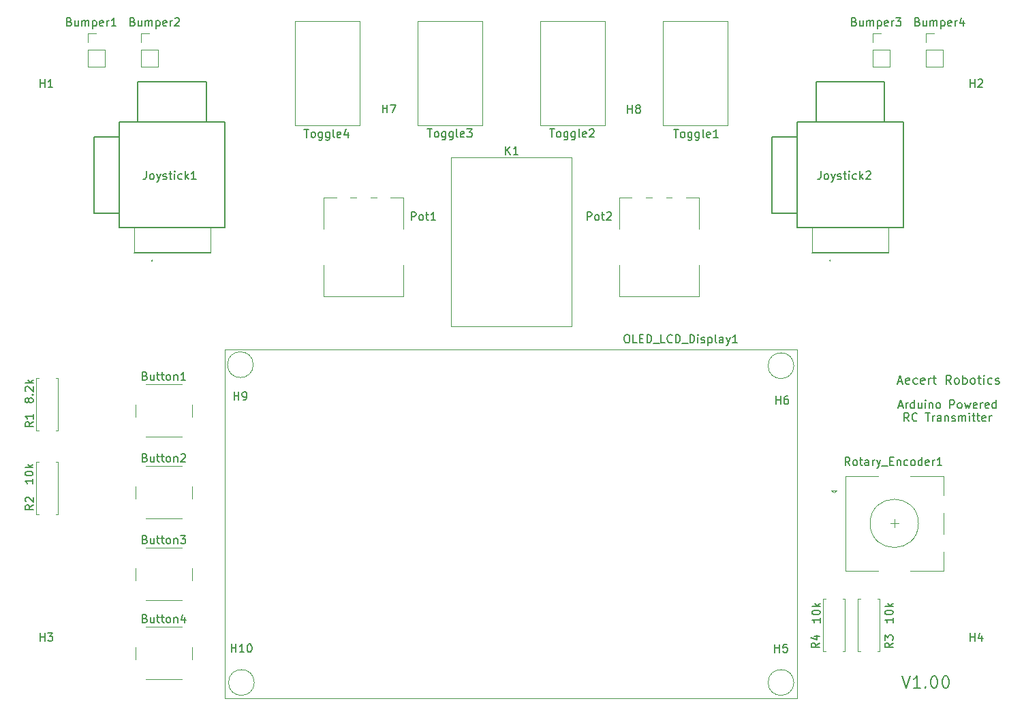
<source format=gbr>
%TF.GenerationSoftware,KiCad,Pcbnew,7.0.8*%
%TF.CreationDate,2023-11-09T04:02:46-05:00*%
%TF.ProjectId,RCTransmitterAecertRobotics,52435472-616e-4736-9d69-747465724165,rev?*%
%TF.SameCoordinates,Original*%
%TF.FileFunction,Legend,Top*%
%TF.FilePolarity,Positive*%
%FSLAX46Y46*%
G04 Gerber Fmt 4.6, Leading zero omitted, Abs format (unit mm)*
G04 Created by KiCad (PCBNEW 7.0.8) date 2023-11-09 04:02:46*
%MOMM*%
%LPD*%
G01*
G04 APERTURE LIST*
%ADD10C,0.130000*%
%ADD11C,0.150000*%
%ADD12C,0.100000*%
%ADD13C,0.120000*%
%ADD14C,0.200000*%
G04 APERTURE END LIST*
D10*
X189107208Y-104816547D02*
X189583398Y-104816547D01*
X189011970Y-105102262D02*
X189345303Y-104102262D01*
X189345303Y-104102262D02*
X189678636Y-105102262D01*
X190011970Y-105102262D02*
X190011970Y-104435595D01*
X190011970Y-104626071D02*
X190059589Y-104530833D01*
X190059589Y-104530833D02*
X190107208Y-104483214D01*
X190107208Y-104483214D02*
X190202446Y-104435595D01*
X190202446Y-104435595D02*
X190297684Y-104435595D01*
X191059589Y-105102262D02*
X191059589Y-104102262D01*
X191059589Y-105054643D02*
X190964351Y-105102262D01*
X190964351Y-105102262D02*
X190773875Y-105102262D01*
X190773875Y-105102262D02*
X190678637Y-105054643D01*
X190678637Y-105054643D02*
X190631018Y-105007023D01*
X190631018Y-105007023D02*
X190583399Y-104911785D01*
X190583399Y-104911785D02*
X190583399Y-104626071D01*
X190583399Y-104626071D02*
X190631018Y-104530833D01*
X190631018Y-104530833D02*
X190678637Y-104483214D01*
X190678637Y-104483214D02*
X190773875Y-104435595D01*
X190773875Y-104435595D02*
X190964351Y-104435595D01*
X190964351Y-104435595D02*
X191059589Y-104483214D01*
X191964351Y-104435595D02*
X191964351Y-105102262D01*
X191535780Y-104435595D02*
X191535780Y-104959404D01*
X191535780Y-104959404D02*
X191583399Y-105054643D01*
X191583399Y-105054643D02*
X191678637Y-105102262D01*
X191678637Y-105102262D02*
X191821494Y-105102262D01*
X191821494Y-105102262D02*
X191916732Y-105054643D01*
X191916732Y-105054643D02*
X191964351Y-105007023D01*
X192440542Y-105102262D02*
X192440542Y-104435595D01*
X192440542Y-104102262D02*
X192392923Y-104149881D01*
X192392923Y-104149881D02*
X192440542Y-104197500D01*
X192440542Y-104197500D02*
X192488161Y-104149881D01*
X192488161Y-104149881D02*
X192440542Y-104102262D01*
X192440542Y-104102262D02*
X192440542Y-104197500D01*
X192916732Y-104435595D02*
X192916732Y-105102262D01*
X192916732Y-104530833D02*
X192964351Y-104483214D01*
X192964351Y-104483214D02*
X193059589Y-104435595D01*
X193059589Y-104435595D02*
X193202446Y-104435595D01*
X193202446Y-104435595D02*
X193297684Y-104483214D01*
X193297684Y-104483214D02*
X193345303Y-104578452D01*
X193345303Y-104578452D02*
X193345303Y-105102262D01*
X193964351Y-105102262D02*
X193869113Y-105054643D01*
X193869113Y-105054643D02*
X193821494Y-105007023D01*
X193821494Y-105007023D02*
X193773875Y-104911785D01*
X193773875Y-104911785D02*
X193773875Y-104626071D01*
X193773875Y-104626071D02*
X193821494Y-104530833D01*
X193821494Y-104530833D02*
X193869113Y-104483214D01*
X193869113Y-104483214D02*
X193964351Y-104435595D01*
X193964351Y-104435595D02*
X194107208Y-104435595D01*
X194107208Y-104435595D02*
X194202446Y-104483214D01*
X194202446Y-104483214D02*
X194250065Y-104530833D01*
X194250065Y-104530833D02*
X194297684Y-104626071D01*
X194297684Y-104626071D02*
X194297684Y-104911785D01*
X194297684Y-104911785D02*
X194250065Y-105007023D01*
X194250065Y-105007023D02*
X194202446Y-105054643D01*
X194202446Y-105054643D02*
X194107208Y-105102262D01*
X194107208Y-105102262D02*
X193964351Y-105102262D01*
X195488161Y-105102262D02*
X195488161Y-104102262D01*
X195488161Y-104102262D02*
X195869113Y-104102262D01*
X195869113Y-104102262D02*
X195964351Y-104149881D01*
X195964351Y-104149881D02*
X196011970Y-104197500D01*
X196011970Y-104197500D02*
X196059589Y-104292738D01*
X196059589Y-104292738D02*
X196059589Y-104435595D01*
X196059589Y-104435595D02*
X196011970Y-104530833D01*
X196011970Y-104530833D02*
X195964351Y-104578452D01*
X195964351Y-104578452D02*
X195869113Y-104626071D01*
X195869113Y-104626071D02*
X195488161Y-104626071D01*
X196631018Y-105102262D02*
X196535780Y-105054643D01*
X196535780Y-105054643D02*
X196488161Y-105007023D01*
X196488161Y-105007023D02*
X196440542Y-104911785D01*
X196440542Y-104911785D02*
X196440542Y-104626071D01*
X196440542Y-104626071D02*
X196488161Y-104530833D01*
X196488161Y-104530833D02*
X196535780Y-104483214D01*
X196535780Y-104483214D02*
X196631018Y-104435595D01*
X196631018Y-104435595D02*
X196773875Y-104435595D01*
X196773875Y-104435595D02*
X196869113Y-104483214D01*
X196869113Y-104483214D02*
X196916732Y-104530833D01*
X196916732Y-104530833D02*
X196964351Y-104626071D01*
X196964351Y-104626071D02*
X196964351Y-104911785D01*
X196964351Y-104911785D02*
X196916732Y-105007023D01*
X196916732Y-105007023D02*
X196869113Y-105054643D01*
X196869113Y-105054643D02*
X196773875Y-105102262D01*
X196773875Y-105102262D02*
X196631018Y-105102262D01*
X197297685Y-104435595D02*
X197488161Y-105102262D01*
X197488161Y-105102262D02*
X197678637Y-104626071D01*
X197678637Y-104626071D02*
X197869113Y-105102262D01*
X197869113Y-105102262D02*
X198059589Y-104435595D01*
X198821494Y-105054643D02*
X198726256Y-105102262D01*
X198726256Y-105102262D02*
X198535780Y-105102262D01*
X198535780Y-105102262D02*
X198440542Y-105054643D01*
X198440542Y-105054643D02*
X198392923Y-104959404D01*
X198392923Y-104959404D02*
X198392923Y-104578452D01*
X198392923Y-104578452D02*
X198440542Y-104483214D01*
X198440542Y-104483214D02*
X198535780Y-104435595D01*
X198535780Y-104435595D02*
X198726256Y-104435595D01*
X198726256Y-104435595D02*
X198821494Y-104483214D01*
X198821494Y-104483214D02*
X198869113Y-104578452D01*
X198869113Y-104578452D02*
X198869113Y-104673690D01*
X198869113Y-104673690D02*
X198392923Y-104768928D01*
X199297685Y-105102262D02*
X199297685Y-104435595D01*
X199297685Y-104626071D02*
X199345304Y-104530833D01*
X199345304Y-104530833D02*
X199392923Y-104483214D01*
X199392923Y-104483214D02*
X199488161Y-104435595D01*
X199488161Y-104435595D02*
X199583399Y-104435595D01*
X200297685Y-105054643D02*
X200202447Y-105102262D01*
X200202447Y-105102262D02*
X200011971Y-105102262D01*
X200011971Y-105102262D02*
X199916733Y-105054643D01*
X199916733Y-105054643D02*
X199869114Y-104959404D01*
X199869114Y-104959404D02*
X199869114Y-104578452D01*
X199869114Y-104578452D02*
X199916733Y-104483214D01*
X199916733Y-104483214D02*
X200011971Y-104435595D01*
X200011971Y-104435595D02*
X200202447Y-104435595D01*
X200202447Y-104435595D02*
X200297685Y-104483214D01*
X200297685Y-104483214D02*
X200345304Y-104578452D01*
X200345304Y-104578452D02*
X200345304Y-104673690D01*
X200345304Y-104673690D02*
X199869114Y-104768928D01*
X201202447Y-105102262D02*
X201202447Y-104102262D01*
X201202447Y-105054643D02*
X201107209Y-105102262D01*
X201107209Y-105102262D02*
X200916733Y-105102262D01*
X200916733Y-105102262D02*
X200821495Y-105054643D01*
X200821495Y-105054643D02*
X200773876Y-105007023D01*
X200773876Y-105007023D02*
X200726257Y-104911785D01*
X200726257Y-104911785D02*
X200726257Y-104626071D01*
X200726257Y-104626071D02*
X200773876Y-104530833D01*
X200773876Y-104530833D02*
X200821495Y-104483214D01*
X200821495Y-104483214D02*
X200916733Y-104435595D01*
X200916733Y-104435595D02*
X201107209Y-104435595D01*
X201107209Y-104435595D02*
X201202447Y-104483214D01*
X190392921Y-106712262D02*
X190059588Y-106236071D01*
X189821493Y-106712262D02*
X189821493Y-105712262D01*
X189821493Y-105712262D02*
X190202445Y-105712262D01*
X190202445Y-105712262D02*
X190297683Y-105759881D01*
X190297683Y-105759881D02*
X190345302Y-105807500D01*
X190345302Y-105807500D02*
X190392921Y-105902738D01*
X190392921Y-105902738D02*
X190392921Y-106045595D01*
X190392921Y-106045595D02*
X190345302Y-106140833D01*
X190345302Y-106140833D02*
X190297683Y-106188452D01*
X190297683Y-106188452D02*
X190202445Y-106236071D01*
X190202445Y-106236071D02*
X189821493Y-106236071D01*
X191392921Y-106617023D02*
X191345302Y-106664643D01*
X191345302Y-106664643D02*
X191202445Y-106712262D01*
X191202445Y-106712262D02*
X191107207Y-106712262D01*
X191107207Y-106712262D02*
X190964350Y-106664643D01*
X190964350Y-106664643D02*
X190869112Y-106569404D01*
X190869112Y-106569404D02*
X190821493Y-106474166D01*
X190821493Y-106474166D02*
X190773874Y-106283690D01*
X190773874Y-106283690D02*
X190773874Y-106140833D01*
X190773874Y-106140833D02*
X190821493Y-105950357D01*
X190821493Y-105950357D02*
X190869112Y-105855119D01*
X190869112Y-105855119D02*
X190964350Y-105759881D01*
X190964350Y-105759881D02*
X191107207Y-105712262D01*
X191107207Y-105712262D02*
X191202445Y-105712262D01*
X191202445Y-105712262D02*
X191345302Y-105759881D01*
X191345302Y-105759881D02*
X191392921Y-105807500D01*
X192440541Y-105712262D02*
X193011969Y-105712262D01*
X192726255Y-106712262D02*
X192726255Y-105712262D01*
X193345303Y-106712262D02*
X193345303Y-106045595D01*
X193345303Y-106236071D02*
X193392922Y-106140833D01*
X193392922Y-106140833D02*
X193440541Y-106093214D01*
X193440541Y-106093214D02*
X193535779Y-106045595D01*
X193535779Y-106045595D02*
X193631017Y-106045595D01*
X194392922Y-106712262D02*
X194392922Y-106188452D01*
X194392922Y-106188452D02*
X194345303Y-106093214D01*
X194345303Y-106093214D02*
X194250065Y-106045595D01*
X194250065Y-106045595D02*
X194059589Y-106045595D01*
X194059589Y-106045595D02*
X193964351Y-106093214D01*
X194392922Y-106664643D02*
X194297684Y-106712262D01*
X194297684Y-106712262D02*
X194059589Y-106712262D01*
X194059589Y-106712262D02*
X193964351Y-106664643D01*
X193964351Y-106664643D02*
X193916732Y-106569404D01*
X193916732Y-106569404D02*
X193916732Y-106474166D01*
X193916732Y-106474166D02*
X193964351Y-106378928D01*
X193964351Y-106378928D02*
X194059589Y-106331309D01*
X194059589Y-106331309D02*
X194297684Y-106331309D01*
X194297684Y-106331309D02*
X194392922Y-106283690D01*
X194869113Y-106045595D02*
X194869113Y-106712262D01*
X194869113Y-106140833D02*
X194916732Y-106093214D01*
X194916732Y-106093214D02*
X195011970Y-106045595D01*
X195011970Y-106045595D02*
X195154827Y-106045595D01*
X195154827Y-106045595D02*
X195250065Y-106093214D01*
X195250065Y-106093214D02*
X195297684Y-106188452D01*
X195297684Y-106188452D02*
X195297684Y-106712262D01*
X195726256Y-106664643D02*
X195821494Y-106712262D01*
X195821494Y-106712262D02*
X196011970Y-106712262D01*
X196011970Y-106712262D02*
X196107208Y-106664643D01*
X196107208Y-106664643D02*
X196154827Y-106569404D01*
X196154827Y-106569404D02*
X196154827Y-106521785D01*
X196154827Y-106521785D02*
X196107208Y-106426547D01*
X196107208Y-106426547D02*
X196011970Y-106378928D01*
X196011970Y-106378928D02*
X195869113Y-106378928D01*
X195869113Y-106378928D02*
X195773875Y-106331309D01*
X195773875Y-106331309D02*
X195726256Y-106236071D01*
X195726256Y-106236071D02*
X195726256Y-106188452D01*
X195726256Y-106188452D02*
X195773875Y-106093214D01*
X195773875Y-106093214D02*
X195869113Y-106045595D01*
X195869113Y-106045595D02*
X196011970Y-106045595D01*
X196011970Y-106045595D02*
X196107208Y-106093214D01*
X196583399Y-106712262D02*
X196583399Y-106045595D01*
X196583399Y-106140833D02*
X196631018Y-106093214D01*
X196631018Y-106093214D02*
X196726256Y-106045595D01*
X196726256Y-106045595D02*
X196869113Y-106045595D01*
X196869113Y-106045595D02*
X196964351Y-106093214D01*
X196964351Y-106093214D02*
X197011970Y-106188452D01*
X197011970Y-106188452D02*
X197011970Y-106712262D01*
X197011970Y-106188452D02*
X197059589Y-106093214D01*
X197059589Y-106093214D02*
X197154827Y-106045595D01*
X197154827Y-106045595D02*
X197297684Y-106045595D01*
X197297684Y-106045595D02*
X197392923Y-106093214D01*
X197392923Y-106093214D02*
X197440542Y-106188452D01*
X197440542Y-106188452D02*
X197440542Y-106712262D01*
X197916732Y-106712262D02*
X197916732Y-106045595D01*
X197916732Y-105712262D02*
X197869113Y-105759881D01*
X197869113Y-105759881D02*
X197916732Y-105807500D01*
X197916732Y-105807500D02*
X197964351Y-105759881D01*
X197964351Y-105759881D02*
X197916732Y-105712262D01*
X197916732Y-105712262D02*
X197916732Y-105807500D01*
X198250065Y-106045595D02*
X198631017Y-106045595D01*
X198392922Y-105712262D02*
X198392922Y-106569404D01*
X198392922Y-106569404D02*
X198440541Y-106664643D01*
X198440541Y-106664643D02*
X198535779Y-106712262D01*
X198535779Y-106712262D02*
X198631017Y-106712262D01*
X198821494Y-106045595D02*
X199202446Y-106045595D01*
X198964351Y-105712262D02*
X198964351Y-106569404D01*
X198964351Y-106569404D02*
X199011970Y-106664643D01*
X199011970Y-106664643D02*
X199107208Y-106712262D01*
X199107208Y-106712262D02*
X199202446Y-106712262D01*
X199916732Y-106664643D02*
X199821494Y-106712262D01*
X199821494Y-106712262D02*
X199631018Y-106712262D01*
X199631018Y-106712262D02*
X199535780Y-106664643D01*
X199535780Y-106664643D02*
X199488161Y-106569404D01*
X199488161Y-106569404D02*
X199488161Y-106188452D01*
X199488161Y-106188452D02*
X199535780Y-106093214D01*
X199535780Y-106093214D02*
X199631018Y-106045595D01*
X199631018Y-106045595D02*
X199821494Y-106045595D01*
X199821494Y-106045595D02*
X199916732Y-106093214D01*
X199916732Y-106093214D02*
X199964351Y-106188452D01*
X199964351Y-106188452D02*
X199964351Y-106283690D01*
X199964351Y-106283690D02*
X199488161Y-106378928D01*
X200392923Y-106712262D02*
X200392923Y-106045595D01*
X200392923Y-106236071D02*
X200440542Y-106140833D01*
X200440542Y-106140833D02*
X200488161Y-106093214D01*
X200488161Y-106093214D02*
X200583399Y-106045595D01*
X200583399Y-106045595D02*
X200678637Y-106045595D01*
D11*
X189532001Y-138378128D02*
X190032001Y-139878128D01*
X190032001Y-139878128D02*
X190532001Y-138378128D01*
X191817715Y-139878128D02*
X190960572Y-139878128D01*
X191389143Y-139878128D02*
X191389143Y-138378128D01*
X191389143Y-138378128D02*
X191246286Y-138592414D01*
X191246286Y-138592414D02*
X191103429Y-138735271D01*
X191103429Y-138735271D02*
X190960572Y-138806700D01*
X192460571Y-139735271D02*
X192532000Y-139806700D01*
X192532000Y-139806700D02*
X192460571Y-139878128D01*
X192460571Y-139878128D02*
X192389143Y-139806700D01*
X192389143Y-139806700D02*
X192460571Y-139735271D01*
X192460571Y-139735271D02*
X192460571Y-139878128D01*
X193460572Y-138378128D02*
X193603429Y-138378128D01*
X193603429Y-138378128D02*
X193746286Y-138449557D01*
X193746286Y-138449557D02*
X193817715Y-138520985D01*
X193817715Y-138520985D02*
X193889143Y-138663842D01*
X193889143Y-138663842D02*
X193960572Y-138949557D01*
X193960572Y-138949557D02*
X193960572Y-139306700D01*
X193960572Y-139306700D02*
X193889143Y-139592414D01*
X193889143Y-139592414D02*
X193817715Y-139735271D01*
X193817715Y-139735271D02*
X193746286Y-139806700D01*
X193746286Y-139806700D02*
X193603429Y-139878128D01*
X193603429Y-139878128D02*
X193460572Y-139878128D01*
X193460572Y-139878128D02*
X193317715Y-139806700D01*
X193317715Y-139806700D02*
X193246286Y-139735271D01*
X193246286Y-139735271D02*
X193174857Y-139592414D01*
X193174857Y-139592414D02*
X193103429Y-139306700D01*
X193103429Y-139306700D02*
X193103429Y-138949557D01*
X193103429Y-138949557D02*
X193174857Y-138663842D01*
X193174857Y-138663842D02*
X193246286Y-138520985D01*
X193246286Y-138520985D02*
X193317715Y-138449557D01*
X193317715Y-138449557D02*
X193460572Y-138378128D01*
X194889143Y-138378128D02*
X195032000Y-138378128D01*
X195032000Y-138378128D02*
X195174857Y-138449557D01*
X195174857Y-138449557D02*
X195246286Y-138520985D01*
X195246286Y-138520985D02*
X195317714Y-138663842D01*
X195317714Y-138663842D02*
X195389143Y-138949557D01*
X195389143Y-138949557D02*
X195389143Y-139306700D01*
X195389143Y-139306700D02*
X195317714Y-139592414D01*
X195317714Y-139592414D02*
X195246286Y-139735271D01*
X195246286Y-139735271D02*
X195174857Y-139806700D01*
X195174857Y-139806700D02*
X195032000Y-139878128D01*
X195032000Y-139878128D02*
X194889143Y-139878128D01*
X194889143Y-139878128D02*
X194746286Y-139806700D01*
X194746286Y-139806700D02*
X194674857Y-139735271D01*
X194674857Y-139735271D02*
X194603428Y-139592414D01*
X194603428Y-139592414D02*
X194532000Y-139306700D01*
X194532000Y-139306700D02*
X194532000Y-138949557D01*
X194532000Y-138949557D02*
X194603428Y-138663842D01*
X194603428Y-138663842D02*
X194674857Y-138520985D01*
X194674857Y-138520985D02*
X194746286Y-138449557D01*
X194746286Y-138449557D02*
X194889143Y-138378128D01*
X189040210Y-101786795D02*
X189564020Y-101786795D01*
X188935448Y-102101080D02*
X189302115Y-101001080D01*
X189302115Y-101001080D02*
X189668782Y-102101080D01*
X190454496Y-102048700D02*
X190349734Y-102101080D01*
X190349734Y-102101080D02*
X190140210Y-102101080D01*
X190140210Y-102101080D02*
X190035448Y-102048700D01*
X190035448Y-102048700D02*
X189983067Y-101943938D01*
X189983067Y-101943938D02*
X189983067Y-101524890D01*
X189983067Y-101524890D02*
X190035448Y-101420128D01*
X190035448Y-101420128D02*
X190140210Y-101367747D01*
X190140210Y-101367747D02*
X190349734Y-101367747D01*
X190349734Y-101367747D02*
X190454496Y-101420128D01*
X190454496Y-101420128D02*
X190506877Y-101524890D01*
X190506877Y-101524890D02*
X190506877Y-101629652D01*
X190506877Y-101629652D02*
X189983067Y-101734414D01*
X191449734Y-102048700D02*
X191344972Y-102101080D01*
X191344972Y-102101080D02*
X191135448Y-102101080D01*
X191135448Y-102101080D02*
X191030686Y-102048700D01*
X191030686Y-102048700D02*
X190978305Y-101996319D01*
X190978305Y-101996319D02*
X190925924Y-101891557D01*
X190925924Y-101891557D02*
X190925924Y-101577271D01*
X190925924Y-101577271D02*
X190978305Y-101472509D01*
X190978305Y-101472509D02*
X191030686Y-101420128D01*
X191030686Y-101420128D02*
X191135448Y-101367747D01*
X191135448Y-101367747D02*
X191344972Y-101367747D01*
X191344972Y-101367747D02*
X191449734Y-101420128D01*
X192340210Y-102048700D02*
X192235448Y-102101080D01*
X192235448Y-102101080D02*
X192025924Y-102101080D01*
X192025924Y-102101080D02*
X191921162Y-102048700D01*
X191921162Y-102048700D02*
X191868781Y-101943938D01*
X191868781Y-101943938D02*
X191868781Y-101524890D01*
X191868781Y-101524890D02*
X191921162Y-101420128D01*
X191921162Y-101420128D02*
X192025924Y-101367747D01*
X192025924Y-101367747D02*
X192235448Y-101367747D01*
X192235448Y-101367747D02*
X192340210Y-101420128D01*
X192340210Y-101420128D02*
X192392591Y-101524890D01*
X192392591Y-101524890D02*
X192392591Y-101629652D01*
X192392591Y-101629652D02*
X191868781Y-101734414D01*
X192864019Y-102101080D02*
X192864019Y-101367747D01*
X192864019Y-101577271D02*
X192916400Y-101472509D01*
X192916400Y-101472509D02*
X192968781Y-101420128D01*
X192968781Y-101420128D02*
X193073543Y-101367747D01*
X193073543Y-101367747D02*
X193178305Y-101367747D01*
X193387828Y-101367747D02*
X193806876Y-101367747D01*
X193544971Y-101001080D02*
X193544971Y-101943938D01*
X193544971Y-101943938D02*
X193597352Y-102048700D01*
X193597352Y-102048700D02*
X193702114Y-102101080D01*
X193702114Y-102101080D02*
X193806876Y-102101080D01*
X195640209Y-102101080D02*
X195273542Y-101577271D01*
X195011637Y-102101080D02*
X195011637Y-101001080D01*
X195011637Y-101001080D02*
X195430685Y-101001080D01*
X195430685Y-101001080D02*
X195535447Y-101053461D01*
X195535447Y-101053461D02*
X195587828Y-101105842D01*
X195587828Y-101105842D02*
X195640209Y-101210604D01*
X195640209Y-101210604D02*
X195640209Y-101367747D01*
X195640209Y-101367747D02*
X195587828Y-101472509D01*
X195587828Y-101472509D02*
X195535447Y-101524890D01*
X195535447Y-101524890D02*
X195430685Y-101577271D01*
X195430685Y-101577271D02*
X195011637Y-101577271D01*
X196268780Y-102101080D02*
X196164018Y-102048700D01*
X196164018Y-102048700D02*
X196111637Y-101996319D01*
X196111637Y-101996319D02*
X196059256Y-101891557D01*
X196059256Y-101891557D02*
X196059256Y-101577271D01*
X196059256Y-101577271D02*
X196111637Y-101472509D01*
X196111637Y-101472509D02*
X196164018Y-101420128D01*
X196164018Y-101420128D02*
X196268780Y-101367747D01*
X196268780Y-101367747D02*
X196425923Y-101367747D01*
X196425923Y-101367747D02*
X196530685Y-101420128D01*
X196530685Y-101420128D02*
X196583066Y-101472509D01*
X196583066Y-101472509D02*
X196635447Y-101577271D01*
X196635447Y-101577271D02*
X196635447Y-101891557D01*
X196635447Y-101891557D02*
X196583066Y-101996319D01*
X196583066Y-101996319D02*
X196530685Y-102048700D01*
X196530685Y-102048700D02*
X196425923Y-102101080D01*
X196425923Y-102101080D02*
X196268780Y-102101080D01*
X197106875Y-102101080D02*
X197106875Y-101001080D01*
X197106875Y-101420128D02*
X197211637Y-101367747D01*
X197211637Y-101367747D02*
X197421161Y-101367747D01*
X197421161Y-101367747D02*
X197525923Y-101420128D01*
X197525923Y-101420128D02*
X197578304Y-101472509D01*
X197578304Y-101472509D02*
X197630685Y-101577271D01*
X197630685Y-101577271D02*
X197630685Y-101891557D01*
X197630685Y-101891557D02*
X197578304Y-101996319D01*
X197578304Y-101996319D02*
X197525923Y-102048700D01*
X197525923Y-102048700D02*
X197421161Y-102101080D01*
X197421161Y-102101080D02*
X197211637Y-102101080D01*
X197211637Y-102101080D02*
X197106875Y-102048700D01*
X198259256Y-102101080D02*
X198154494Y-102048700D01*
X198154494Y-102048700D02*
X198102113Y-101996319D01*
X198102113Y-101996319D02*
X198049732Y-101891557D01*
X198049732Y-101891557D02*
X198049732Y-101577271D01*
X198049732Y-101577271D02*
X198102113Y-101472509D01*
X198102113Y-101472509D02*
X198154494Y-101420128D01*
X198154494Y-101420128D02*
X198259256Y-101367747D01*
X198259256Y-101367747D02*
X198416399Y-101367747D01*
X198416399Y-101367747D02*
X198521161Y-101420128D01*
X198521161Y-101420128D02*
X198573542Y-101472509D01*
X198573542Y-101472509D02*
X198625923Y-101577271D01*
X198625923Y-101577271D02*
X198625923Y-101891557D01*
X198625923Y-101891557D02*
X198573542Y-101996319D01*
X198573542Y-101996319D02*
X198521161Y-102048700D01*
X198521161Y-102048700D02*
X198416399Y-102101080D01*
X198416399Y-102101080D02*
X198259256Y-102101080D01*
X198940208Y-101367747D02*
X199359256Y-101367747D01*
X199097351Y-101001080D02*
X199097351Y-101943938D01*
X199097351Y-101943938D02*
X199149732Y-102048700D01*
X199149732Y-102048700D02*
X199254494Y-102101080D01*
X199254494Y-102101080D02*
X199359256Y-102101080D01*
X199725922Y-102101080D02*
X199725922Y-101367747D01*
X199725922Y-101001080D02*
X199673541Y-101053461D01*
X199673541Y-101053461D02*
X199725922Y-101105842D01*
X199725922Y-101105842D02*
X199778303Y-101053461D01*
X199778303Y-101053461D02*
X199725922Y-101001080D01*
X199725922Y-101001080D02*
X199725922Y-101105842D01*
X200721161Y-102048700D02*
X200616399Y-102101080D01*
X200616399Y-102101080D02*
X200406875Y-102101080D01*
X200406875Y-102101080D02*
X200302113Y-102048700D01*
X200302113Y-102048700D02*
X200249732Y-101996319D01*
X200249732Y-101996319D02*
X200197351Y-101891557D01*
X200197351Y-101891557D02*
X200197351Y-101577271D01*
X200197351Y-101577271D02*
X200249732Y-101472509D01*
X200249732Y-101472509D02*
X200302113Y-101420128D01*
X200302113Y-101420128D02*
X200406875Y-101367747D01*
X200406875Y-101367747D02*
X200616399Y-101367747D01*
X200616399Y-101367747D02*
X200721161Y-101420128D01*
X201140208Y-102048700D02*
X201244970Y-102101080D01*
X201244970Y-102101080D02*
X201454494Y-102101080D01*
X201454494Y-102101080D02*
X201559256Y-102048700D01*
X201559256Y-102048700D02*
X201611637Y-101943938D01*
X201611637Y-101943938D02*
X201611637Y-101891557D01*
X201611637Y-101891557D02*
X201559256Y-101786795D01*
X201559256Y-101786795D02*
X201454494Y-101734414D01*
X201454494Y-101734414D02*
X201297351Y-101734414D01*
X201297351Y-101734414D02*
X201192589Y-101682033D01*
X201192589Y-101682033D02*
X201140208Y-101577271D01*
X201140208Y-101577271D02*
X201140208Y-101524890D01*
X201140208Y-101524890D02*
X201192589Y-101420128D01*
X201192589Y-101420128D02*
X201297351Y-101367747D01*
X201297351Y-101367747D02*
X201454494Y-101367747D01*
X201454494Y-101367747D02*
X201559256Y-101420128D01*
X82423095Y-134049819D02*
X82423095Y-133049819D01*
X82423095Y-133526009D02*
X82994523Y-133526009D01*
X82994523Y-134049819D02*
X82994523Y-133049819D01*
X83375476Y-133049819D02*
X83994523Y-133049819D01*
X83994523Y-133049819D02*
X83661190Y-133430771D01*
X83661190Y-133430771D02*
X83804047Y-133430771D01*
X83804047Y-133430771D02*
X83899285Y-133478390D01*
X83899285Y-133478390D02*
X83946904Y-133526009D01*
X83946904Y-133526009D02*
X83994523Y-133621247D01*
X83994523Y-133621247D02*
X83994523Y-133859342D01*
X83994523Y-133859342D02*
X83946904Y-133954580D01*
X83946904Y-133954580D02*
X83899285Y-134002200D01*
X83899285Y-134002200D02*
X83804047Y-134049819D01*
X83804047Y-134049819D02*
X83518333Y-134049819D01*
X83518333Y-134049819D02*
X83423095Y-134002200D01*
X83423095Y-134002200D02*
X83375476Y-133954580D01*
X115239764Y-70454439D02*
X115811192Y-70454439D01*
X115525478Y-71454439D02*
X115525478Y-70454439D01*
X116287383Y-71454439D02*
X116192145Y-71406820D01*
X116192145Y-71406820D02*
X116144526Y-71359200D01*
X116144526Y-71359200D02*
X116096907Y-71263962D01*
X116096907Y-71263962D02*
X116096907Y-70978248D01*
X116096907Y-70978248D02*
X116144526Y-70883010D01*
X116144526Y-70883010D02*
X116192145Y-70835391D01*
X116192145Y-70835391D02*
X116287383Y-70787772D01*
X116287383Y-70787772D02*
X116430240Y-70787772D01*
X116430240Y-70787772D02*
X116525478Y-70835391D01*
X116525478Y-70835391D02*
X116573097Y-70883010D01*
X116573097Y-70883010D02*
X116620716Y-70978248D01*
X116620716Y-70978248D02*
X116620716Y-71263962D01*
X116620716Y-71263962D02*
X116573097Y-71359200D01*
X116573097Y-71359200D02*
X116525478Y-71406820D01*
X116525478Y-71406820D02*
X116430240Y-71454439D01*
X116430240Y-71454439D02*
X116287383Y-71454439D01*
X117477859Y-70787772D02*
X117477859Y-71597296D01*
X117477859Y-71597296D02*
X117430240Y-71692534D01*
X117430240Y-71692534D02*
X117382621Y-71740153D01*
X117382621Y-71740153D02*
X117287383Y-71787772D01*
X117287383Y-71787772D02*
X117144526Y-71787772D01*
X117144526Y-71787772D02*
X117049288Y-71740153D01*
X117477859Y-71406820D02*
X117382621Y-71454439D01*
X117382621Y-71454439D02*
X117192145Y-71454439D01*
X117192145Y-71454439D02*
X117096907Y-71406820D01*
X117096907Y-71406820D02*
X117049288Y-71359200D01*
X117049288Y-71359200D02*
X117001669Y-71263962D01*
X117001669Y-71263962D02*
X117001669Y-70978248D01*
X117001669Y-70978248D02*
X117049288Y-70883010D01*
X117049288Y-70883010D02*
X117096907Y-70835391D01*
X117096907Y-70835391D02*
X117192145Y-70787772D01*
X117192145Y-70787772D02*
X117382621Y-70787772D01*
X117382621Y-70787772D02*
X117477859Y-70835391D01*
X118382621Y-70787772D02*
X118382621Y-71597296D01*
X118382621Y-71597296D02*
X118335002Y-71692534D01*
X118335002Y-71692534D02*
X118287383Y-71740153D01*
X118287383Y-71740153D02*
X118192145Y-71787772D01*
X118192145Y-71787772D02*
X118049288Y-71787772D01*
X118049288Y-71787772D02*
X117954050Y-71740153D01*
X118382621Y-71406820D02*
X118287383Y-71454439D01*
X118287383Y-71454439D02*
X118096907Y-71454439D01*
X118096907Y-71454439D02*
X118001669Y-71406820D01*
X118001669Y-71406820D02*
X117954050Y-71359200D01*
X117954050Y-71359200D02*
X117906431Y-71263962D01*
X117906431Y-71263962D02*
X117906431Y-70978248D01*
X117906431Y-70978248D02*
X117954050Y-70883010D01*
X117954050Y-70883010D02*
X118001669Y-70835391D01*
X118001669Y-70835391D02*
X118096907Y-70787772D01*
X118096907Y-70787772D02*
X118287383Y-70787772D01*
X118287383Y-70787772D02*
X118382621Y-70835391D01*
X119001669Y-71454439D02*
X118906431Y-71406820D01*
X118906431Y-71406820D02*
X118858812Y-71311581D01*
X118858812Y-71311581D02*
X118858812Y-70454439D01*
X119763574Y-71406820D02*
X119668336Y-71454439D01*
X119668336Y-71454439D02*
X119477860Y-71454439D01*
X119477860Y-71454439D02*
X119382622Y-71406820D01*
X119382622Y-71406820D02*
X119335003Y-71311581D01*
X119335003Y-71311581D02*
X119335003Y-70930629D01*
X119335003Y-70930629D02*
X119382622Y-70835391D01*
X119382622Y-70835391D02*
X119477860Y-70787772D01*
X119477860Y-70787772D02*
X119668336Y-70787772D01*
X119668336Y-70787772D02*
X119763574Y-70835391D01*
X119763574Y-70835391D02*
X119811193Y-70930629D01*
X119811193Y-70930629D02*
X119811193Y-71025867D01*
X119811193Y-71025867D02*
X119335003Y-71121105D01*
X120668336Y-70787772D02*
X120668336Y-71454439D01*
X120430241Y-70406820D02*
X120192146Y-71121105D01*
X120192146Y-71121105D02*
X120811193Y-71121105D01*
X183063236Y-112214819D02*
X182729903Y-111738628D01*
X182491808Y-112214819D02*
X182491808Y-111214819D01*
X182491808Y-111214819D02*
X182872760Y-111214819D01*
X182872760Y-111214819D02*
X182967998Y-111262438D01*
X182967998Y-111262438D02*
X183015617Y-111310057D01*
X183015617Y-111310057D02*
X183063236Y-111405295D01*
X183063236Y-111405295D02*
X183063236Y-111548152D01*
X183063236Y-111548152D02*
X183015617Y-111643390D01*
X183015617Y-111643390D02*
X182967998Y-111691009D01*
X182967998Y-111691009D02*
X182872760Y-111738628D01*
X182872760Y-111738628D02*
X182491808Y-111738628D01*
X183634665Y-112214819D02*
X183539427Y-112167200D01*
X183539427Y-112167200D02*
X183491808Y-112119580D01*
X183491808Y-112119580D02*
X183444189Y-112024342D01*
X183444189Y-112024342D02*
X183444189Y-111738628D01*
X183444189Y-111738628D02*
X183491808Y-111643390D01*
X183491808Y-111643390D02*
X183539427Y-111595771D01*
X183539427Y-111595771D02*
X183634665Y-111548152D01*
X183634665Y-111548152D02*
X183777522Y-111548152D01*
X183777522Y-111548152D02*
X183872760Y-111595771D01*
X183872760Y-111595771D02*
X183920379Y-111643390D01*
X183920379Y-111643390D02*
X183967998Y-111738628D01*
X183967998Y-111738628D02*
X183967998Y-112024342D01*
X183967998Y-112024342D02*
X183920379Y-112119580D01*
X183920379Y-112119580D02*
X183872760Y-112167200D01*
X183872760Y-112167200D02*
X183777522Y-112214819D01*
X183777522Y-112214819D02*
X183634665Y-112214819D01*
X184253713Y-111548152D02*
X184634665Y-111548152D01*
X184396570Y-111214819D02*
X184396570Y-112071961D01*
X184396570Y-112071961D02*
X184444189Y-112167200D01*
X184444189Y-112167200D02*
X184539427Y-112214819D01*
X184539427Y-112214819D02*
X184634665Y-112214819D01*
X185396570Y-112214819D02*
X185396570Y-111691009D01*
X185396570Y-111691009D02*
X185348951Y-111595771D01*
X185348951Y-111595771D02*
X185253713Y-111548152D01*
X185253713Y-111548152D02*
X185063237Y-111548152D01*
X185063237Y-111548152D02*
X184967999Y-111595771D01*
X185396570Y-112167200D02*
X185301332Y-112214819D01*
X185301332Y-112214819D02*
X185063237Y-112214819D01*
X185063237Y-112214819D02*
X184967999Y-112167200D01*
X184967999Y-112167200D02*
X184920380Y-112071961D01*
X184920380Y-112071961D02*
X184920380Y-111976723D01*
X184920380Y-111976723D02*
X184967999Y-111881485D01*
X184967999Y-111881485D02*
X185063237Y-111833866D01*
X185063237Y-111833866D02*
X185301332Y-111833866D01*
X185301332Y-111833866D02*
X185396570Y-111786247D01*
X185872761Y-112214819D02*
X185872761Y-111548152D01*
X185872761Y-111738628D02*
X185920380Y-111643390D01*
X185920380Y-111643390D02*
X185967999Y-111595771D01*
X185967999Y-111595771D02*
X186063237Y-111548152D01*
X186063237Y-111548152D02*
X186158475Y-111548152D01*
X186396571Y-111548152D02*
X186634666Y-112214819D01*
X186872761Y-111548152D02*
X186634666Y-112214819D01*
X186634666Y-112214819D02*
X186539428Y-112452914D01*
X186539428Y-112452914D02*
X186491809Y-112500533D01*
X186491809Y-112500533D02*
X186396571Y-112548152D01*
X187015619Y-112310057D02*
X187777523Y-112310057D01*
X188015619Y-111691009D02*
X188348952Y-111691009D01*
X188491809Y-112214819D02*
X188015619Y-112214819D01*
X188015619Y-112214819D02*
X188015619Y-111214819D01*
X188015619Y-111214819D02*
X188491809Y-111214819D01*
X188920381Y-111548152D02*
X188920381Y-112214819D01*
X188920381Y-111643390D02*
X188968000Y-111595771D01*
X188968000Y-111595771D02*
X189063238Y-111548152D01*
X189063238Y-111548152D02*
X189206095Y-111548152D01*
X189206095Y-111548152D02*
X189301333Y-111595771D01*
X189301333Y-111595771D02*
X189348952Y-111691009D01*
X189348952Y-111691009D02*
X189348952Y-112214819D01*
X190253714Y-112167200D02*
X190158476Y-112214819D01*
X190158476Y-112214819D02*
X189968000Y-112214819D01*
X189968000Y-112214819D02*
X189872762Y-112167200D01*
X189872762Y-112167200D02*
X189825143Y-112119580D01*
X189825143Y-112119580D02*
X189777524Y-112024342D01*
X189777524Y-112024342D02*
X189777524Y-111738628D01*
X189777524Y-111738628D02*
X189825143Y-111643390D01*
X189825143Y-111643390D02*
X189872762Y-111595771D01*
X189872762Y-111595771D02*
X189968000Y-111548152D01*
X189968000Y-111548152D02*
X190158476Y-111548152D01*
X190158476Y-111548152D02*
X190253714Y-111595771D01*
X190825143Y-112214819D02*
X190729905Y-112167200D01*
X190729905Y-112167200D02*
X190682286Y-112119580D01*
X190682286Y-112119580D02*
X190634667Y-112024342D01*
X190634667Y-112024342D02*
X190634667Y-111738628D01*
X190634667Y-111738628D02*
X190682286Y-111643390D01*
X190682286Y-111643390D02*
X190729905Y-111595771D01*
X190729905Y-111595771D02*
X190825143Y-111548152D01*
X190825143Y-111548152D02*
X190968000Y-111548152D01*
X190968000Y-111548152D02*
X191063238Y-111595771D01*
X191063238Y-111595771D02*
X191110857Y-111643390D01*
X191110857Y-111643390D02*
X191158476Y-111738628D01*
X191158476Y-111738628D02*
X191158476Y-112024342D01*
X191158476Y-112024342D02*
X191110857Y-112119580D01*
X191110857Y-112119580D02*
X191063238Y-112167200D01*
X191063238Y-112167200D02*
X190968000Y-112214819D01*
X190968000Y-112214819D02*
X190825143Y-112214819D01*
X192015619Y-112214819D02*
X192015619Y-111214819D01*
X192015619Y-112167200D02*
X191920381Y-112214819D01*
X191920381Y-112214819D02*
X191729905Y-112214819D01*
X191729905Y-112214819D02*
X191634667Y-112167200D01*
X191634667Y-112167200D02*
X191587048Y-112119580D01*
X191587048Y-112119580D02*
X191539429Y-112024342D01*
X191539429Y-112024342D02*
X191539429Y-111738628D01*
X191539429Y-111738628D02*
X191587048Y-111643390D01*
X191587048Y-111643390D02*
X191634667Y-111595771D01*
X191634667Y-111595771D02*
X191729905Y-111548152D01*
X191729905Y-111548152D02*
X191920381Y-111548152D01*
X191920381Y-111548152D02*
X192015619Y-111595771D01*
X192872762Y-112167200D02*
X192777524Y-112214819D01*
X192777524Y-112214819D02*
X192587048Y-112214819D01*
X192587048Y-112214819D02*
X192491810Y-112167200D01*
X192491810Y-112167200D02*
X192444191Y-112071961D01*
X192444191Y-112071961D02*
X192444191Y-111691009D01*
X192444191Y-111691009D02*
X192491810Y-111595771D01*
X192491810Y-111595771D02*
X192587048Y-111548152D01*
X192587048Y-111548152D02*
X192777524Y-111548152D01*
X192777524Y-111548152D02*
X192872762Y-111595771D01*
X192872762Y-111595771D02*
X192920381Y-111691009D01*
X192920381Y-111691009D02*
X192920381Y-111786247D01*
X192920381Y-111786247D02*
X192444191Y-111881485D01*
X193348953Y-112214819D02*
X193348953Y-111548152D01*
X193348953Y-111738628D02*
X193396572Y-111643390D01*
X193396572Y-111643390D02*
X193444191Y-111595771D01*
X193444191Y-111595771D02*
X193539429Y-111548152D01*
X193539429Y-111548152D02*
X193634667Y-111548152D01*
X194491810Y-112214819D02*
X193920382Y-112214819D01*
X194206096Y-112214819D02*
X194206096Y-111214819D01*
X194206096Y-111214819D02*
X194110858Y-111357676D01*
X194110858Y-111357676D02*
X194015620Y-111452914D01*
X194015620Y-111452914D02*
X193920382Y-111500533D01*
X197993095Y-134049819D02*
X197993095Y-133049819D01*
X197993095Y-133526009D02*
X198564523Y-133526009D01*
X198564523Y-134049819D02*
X198564523Y-133049819D01*
X199469285Y-133383152D02*
X199469285Y-134049819D01*
X199231190Y-133002200D02*
X198993095Y-133716485D01*
X198993095Y-133716485D02*
X199612142Y-133716485D01*
X106544127Y-104086819D02*
X106544127Y-103086819D01*
X106544127Y-103563009D02*
X107115555Y-103563009D01*
X107115555Y-104086819D02*
X107115555Y-103086819D01*
X107639365Y-104086819D02*
X107829841Y-104086819D01*
X107829841Y-104086819D02*
X107925079Y-104039200D01*
X107925079Y-104039200D02*
X107972698Y-103991580D01*
X107972698Y-103991580D02*
X108067936Y-103848723D01*
X108067936Y-103848723D02*
X108115555Y-103658247D01*
X108115555Y-103658247D02*
X108115555Y-103277295D01*
X108115555Y-103277295D02*
X108067936Y-103182057D01*
X108067936Y-103182057D02*
X108020317Y-103134438D01*
X108020317Y-103134438D02*
X107925079Y-103086819D01*
X107925079Y-103086819D02*
X107734603Y-103086819D01*
X107734603Y-103086819D02*
X107639365Y-103134438D01*
X107639365Y-103134438D02*
X107591746Y-103182057D01*
X107591746Y-103182057D02*
X107544127Y-103277295D01*
X107544127Y-103277295D02*
X107544127Y-103515390D01*
X107544127Y-103515390D02*
X107591746Y-103610628D01*
X107591746Y-103610628D02*
X107639365Y-103658247D01*
X107639365Y-103658247D02*
X107734603Y-103705866D01*
X107734603Y-103705866D02*
X107925079Y-103705866D01*
X107925079Y-103705866D02*
X108020317Y-103658247D01*
X108020317Y-103658247D02*
X108067936Y-103610628D01*
X108067936Y-103610628D02*
X108115555Y-103515390D01*
X179270819Y-134278666D02*
X178794628Y-134611999D01*
X179270819Y-134850094D02*
X178270819Y-134850094D01*
X178270819Y-134850094D02*
X178270819Y-134469142D01*
X178270819Y-134469142D02*
X178318438Y-134373904D01*
X178318438Y-134373904D02*
X178366057Y-134326285D01*
X178366057Y-134326285D02*
X178461295Y-134278666D01*
X178461295Y-134278666D02*
X178604152Y-134278666D01*
X178604152Y-134278666D02*
X178699390Y-134326285D01*
X178699390Y-134326285D02*
X178747009Y-134373904D01*
X178747009Y-134373904D02*
X178794628Y-134469142D01*
X178794628Y-134469142D02*
X178794628Y-134850094D01*
X178604152Y-133421523D02*
X179270819Y-133421523D01*
X178223200Y-133659618D02*
X178937485Y-133897713D01*
X178937485Y-133897713D02*
X178937485Y-133278666D01*
X179356364Y-131151238D02*
X179356364Y-131722666D01*
X179356364Y-131436952D02*
X178356364Y-131436952D01*
X178356364Y-131436952D02*
X178499221Y-131532190D01*
X178499221Y-131532190D02*
X178594459Y-131627428D01*
X178594459Y-131627428D02*
X178642078Y-131722666D01*
X178356364Y-130532190D02*
X178356364Y-130436952D01*
X178356364Y-130436952D02*
X178403983Y-130341714D01*
X178403983Y-130341714D02*
X178451602Y-130294095D01*
X178451602Y-130294095D02*
X178546840Y-130246476D01*
X178546840Y-130246476D02*
X178737316Y-130198857D01*
X178737316Y-130198857D02*
X178975411Y-130198857D01*
X178975411Y-130198857D02*
X179165887Y-130246476D01*
X179165887Y-130246476D02*
X179261125Y-130294095D01*
X179261125Y-130294095D02*
X179308745Y-130341714D01*
X179308745Y-130341714D02*
X179356364Y-130436952D01*
X179356364Y-130436952D02*
X179356364Y-130532190D01*
X179356364Y-130532190D02*
X179308745Y-130627428D01*
X179308745Y-130627428D02*
X179261125Y-130675047D01*
X179261125Y-130675047D02*
X179165887Y-130722666D01*
X179165887Y-130722666D02*
X178975411Y-130770285D01*
X178975411Y-130770285D02*
X178737316Y-130770285D01*
X178737316Y-130770285D02*
X178546840Y-130722666D01*
X178546840Y-130722666D02*
X178451602Y-130675047D01*
X178451602Y-130675047D02*
X178403983Y-130627428D01*
X178403983Y-130627428D02*
X178356364Y-130532190D01*
X179356364Y-129770285D02*
X178356364Y-129770285D01*
X178975411Y-129675047D02*
X179356364Y-129389333D01*
X178689697Y-129389333D02*
X179070649Y-129770285D01*
X95456666Y-121411009D02*
X95599523Y-121458628D01*
X95599523Y-121458628D02*
X95647142Y-121506247D01*
X95647142Y-121506247D02*
X95694761Y-121601485D01*
X95694761Y-121601485D02*
X95694761Y-121744342D01*
X95694761Y-121744342D02*
X95647142Y-121839580D01*
X95647142Y-121839580D02*
X95599523Y-121887200D01*
X95599523Y-121887200D02*
X95504285Y-121934819D01*
X95504285Y-121934819D02*
X95123333Y-121934819D01*
X95123333Y-121934819D02*
X95123333Y-120934819D01*
X95123333Y-120934819D02*
X95456666Y-120934819D01*
X95456666Y-120934819D02*
X95551904Y-120982438D01*
X95551904Y-120982438D02*
X95599523Y-121030057D01*
X95599523Y-121030057D02*
X95647142Y-121125295D01*
X95647142Y-121125295D02*
X95647142Y-121220533D01*
X95647142Y-121220533D02*
X95599523Y-121315771D01*
X95599523Y-121315771D02*
X95551904Y-121363390D01*
X95551904Y-121363390D02*
X95456666Y-121411009D01*
X95456666Y-121411009D02*
X95123333Y-121411009D01*
X96551904Y-121268152D02*
X96551904Y-121934819D01*
X96123333Y-121268152D02*
X96123333Y-121791961D01*
X96123333Y-121791961D02*
X96170952Y-121887200D01*
X96170952Y-121887200D02*
X96266190Y-121934819D01*
X96266190Y-121934819D02*
X96409047Y-121934819D01*
X96409047Y-121934819D02*
X96504285Y-121887200D01*
X96504285Y-121887200D02*
X96551904Y-121839580D01*
X96885238Y-121268152D02*
X97266190Y-121268152D01*
X97028095Y-120934819D02*
X97028095Y-121791961D01*
X97028095Y-121791961D02*
X97075714Y-121887200D01*
X97075714Y-121887200D02*
X97170952Y-121934819D01*
X97170952Y-121934819D02*
X97266190Y-121934819D01*
X97456667Y-121268152D02*
X97837619Y-121268152D01*
X97599524Y-120934819D02*
X97599524Y-121791961D01*
X97599524Y-121791961D02*
X97647143Y-121887200D01*
X97647143Y-121887200D02*
X97742381Y-121934819D01*
X97742381Y-121934819D02*
X97837619Y-121934819D01*
X98313810Y-121934819D02*
X98218572Y-121887200D01*
X98218572Y-121887200D02*
X98170953Y-121839580D01*
X98170953Y-121839580D02*
X98123334Y-121744342D01*
X98123334Y-121744342D02*
X98123334Y-121458628D01*
X98123334Y-121458628D02*
X98170953Y-121363390D01*
X98170953Y-121363390D02*
X98218572Y-121315771D01*
X98218572Y-121315771D02*
X98313810Y-121268152D01*
X98313810Y-121268152D02*
X98456667Y-121268152D01*
X98456667Y-121268152D02*
X98551905Y-121315771D01*
X98551905Y-121315771D02*
X98599524Y-121363390D01*
X98599524Y-121363390D02*
X98647143Y-121458628D01*
X98647143Y-121458628D02*
X98647143Y-121744342D01*
X98647143Y-121744342D02*
X98599524Y-121839580D01*
X98599524Y-121839580D02*
X98551905Y-121887200D01*
X98551905Y-121887200D02*
X98456667Y-121934819D01*
X98456667Y-121934819D02*
X98313810Y-121934819D01*
X99075715Y-121268152D02*
X99075715Y-121934819D01*
X99075715Y-121363390D02*
X99123334Y-121315771D01*
X99123334Y-121315771D02*
X99218572Y-121268152D01*
X99218572Y-121268152D02*
X99361429Y-121268152D01*
X99361429Y-121268152D02*
X99456667Y-121315771D01*
X99456667Y-121315771D02*
X99504286Y-121411009D01*
X99504286Y-121411009D02*
X99504286Y-121934819D01*
X99885239Y-120934819D02*
X100504286Y-120934819D01*
X100504286Y-120934819D02*
X100170953Y-121315771D01*
X100170953Y-121315771D02*
X100313810Y-121315771D01*
X100313810Y-121315771D02*
X100409048Y-121363390D01*
X100409048Y-121363390D02*
X100456667Y-121411009D01*
X100456667Y-121411009D02*
X100504286Y-121506247D01*
X100504286Y-121506247D02*
X100504286Y-121744342D01*
X100504286Y-121744342D02*
X100456667Y-121839580D01*
X100456667Y-121839580D02*
X100409048Y-121887200D01*
X100409048Y-121887200D02*
X100313810Y-121934819D01*
X100313810Y-121934819D02*
X100028096Y-121934819D01*
X100028096Y-121934819D02*
X99932858Y-121887200D01*
X99932858Y-121887200D02*
X99885239Y-121839580D01*
X125005727Y-68373369D02*
X125005727Y-67373369D01*
X125005727Y-67849559D02*
X125577155Y-67849559D01*
X125577155Y-68373369D02*
X125577155Y-67373369D01*
X125958108Y-67373369D02*
X126624774Y-67373369D01*
X126624774Y-67373369D02*
X126196203Y-68373369D01*
X145754678Y-70416579D02*
X146326106Y-70416579D01*
X146040392Y-71416579D02*
X146040392Y-70416579D01*
X146802297Y-71416579D02*
X146707059Y-71368960D01*
X146707059Y-71368960D02*
X146659440Y-71321340D01*
X146659440Y-71321340D02*
X146611821Y-71226102D01*
X146611821Y-71226102D02*
X146611821Y-70940388D01*
X146611821Y-70940388D02*
X146659440Y-70845150D01*
X146659440Y-70845150D02*
X146707059Y-70797531D01*
X146707059Y-70797531D02*
X146802297Y-70749912D01*
X146802297Y-70749912D02*
X146945154Y-70749912D01*
X146945154Y-70749912D02*
X147040392Y-70797531D01*
X147040392Y-70797531D02*
X147088011Y-70845150D01*
X147088011Y-70845150D02*
X147135630Y-70940388D01*
X147135630Y-70940388D02*
X147135630Y-71226102D01*
X147135630Y-71226102D02*
X147088011Y-71321340D01*
X147088011Y-71321340D02*
X147040392Y-71368960D01*
X147040392Y-71368960D02*
X146945154Y-71416579D01*
X146945154Y-71416579D02*
X146802297Y-71416579D01*
X147992773Y-70749912D02*
X147992773Y-71559436D01*
X147992773Y-71559436D02*
X147945154Y-71654674D01*
X147945154Y-71654674D02*
X147897535Y-71702293D01*
X147897535Y-71702293D02*
X147802297Y-71749912D01*
X147802297Y-71749912D02*
X147659440Y-71749912D01*
X147659440Y-71749912D02*
X147564202Y-71702293D01*
X147992773Y-71368960D02*
X147897535Y-71416579D01*
X147897535Y-71416579D02*
X147707059Y-71416579D01*
X147707059Y-71416579D02*
X147611821Y-71368960D01*
X147611821Y-71368960D02*
X147564202Y-71321340D01*
X147564202Y-71321340D02*
X147516583Y-71226102D01*
X147516583Y-71226102D02*
X147516583Y-70940388D01*
X147516583Y-70940388D02*
X147564202Y-70845150D01*
X147564202Y-70845150D02*
X147611821Y-70797531D01*
X147611821Y-70797531D02*
X147707059Y-70749912D01*
X147707059Y-70749912D02*
X147897535Y-70749912D01*
X147897535Y-70749912D02*
X147992773Y-70797531D01*
X148897535Y-70749912D02*
X148897535Y-71559436D01*
X148897535Y-71559436D02*
X148849916Y-71654674D01*
X148849916Y-71654674D02*
X148802297Y-71702293D01*
X148802297Y-71702293D02*
X148707059Y-71749912D01*
X148707059Y-71749912D02*
X148564202Y-71749912D01*
X148564202Y-71749912D02*
X148468964Y-71702293D01*
X148897535Y-71368960D02*
X148802297Y-71416579D01*
X148802297Y-71416579D02*
X148611821Y-71416579D01*
X148611821Y-71416579D02*
X148516583Y-71368960D01*
X148516583Y-71368960D02*
X148468964Y-71321340D01*
X148468964Y-71321340D02*
X148421345Y-71226102D01*
X148421345Y-71226102D02*
X148421345Y-70940388D01*
X148421345Y-70940388D02*
X148468964Y-70845150D01*
X148468964Y-70845150D02*
X148516583Y-70797531D01*
X148516583Y-70797531D02*
X148611821Y-70749912D01*
X148611821Y-70749912D02*
X148802297Y-70749912D01*
X148802297Y-70749912D02*
X148897535Y-70797531D01*
X149516583Y-71416579D02*
X149421345Y-71368960D01*
X149421345Y-71368960D02*
X149373726Y-71273721D01*
X149373726Y-71273721D02*
X149373726Y-70416579D01*
X150278488Y-71368960D02*
X150183250Y-71416579D01*
X150183250Y-71416579D02*
X149992774Y-71416579D01*
X149992774Y-71416579D02*
X149897536Y-71368960D01*
X149897536Y-71368960D02*
X149849917Y-71273721D01*
X149849917Y-71273721D02*
X149849917Y-70892769D01*
X149849917Y-70892769D02*
X149897536Y-70797531D01*
X149897536Y-70797531D02*
X149992774Y-70749912D01*
X149992774Y-70749912D02*
X150183250Y-70749912D01*
X150183250Y-70749912D02*
X150278488Y-70797531D01*
X150278488Y-70797531D02*
X150326107Y-70892769D01*
X150326107Y-70892769D02*
X150326107Y-70988007D01*
X150326107Y-70988007D02*
X149849917Y-71083245D01*
X150707060Y-70511817D02*
X150754679Y-70464198D01*
X150754679Y-70464198D02*
X150849917Y-70416579D01*
X150849917Y-70416579D02*
X151088012Y-70416579D01*
X151088012Y-70416579D02*
X151183250Y-70464198D01*
X151183250Y-70464198D02*
X151230869Y-70511817D01*
X151230869Y-70511817D02*
X151278488Y-70607055D01*
X151278488Y-70607055D02*
X151278488Y-70702293D01*
X151278488Y-70702293D02*
X151230869Y-70845150D01*
X151230869Y-70845150D02*
X150659441Y-71416579D01*
X150659441Y-71416579D02*
X151278488Y-71416579D01*
X93932714Y-57081009D02*
X94075571Y-57128628D01*
X94075571Y-57128628D02*
X94123190Y-57176247D01*
X94123190Y-57176247D02*
X94170809Y-57271485D01*
X94170809Y-57271485D02*
X94170809Y-57414342D01*
X94170809Y-57414342D02*
X94123190Y-57509580D01*
X94123190Y-57509580D02*
X94075571Y-57557200D01*
X94075571Y-57557200D02*
X93980333Y-57604819D01*
X93980333Y-57604819D02*
X93599381Y-57604819D01*
X93599381Y-57604819D02*
X93599381Y-56604819D01*
X93599381Y-56604819D02*
X93932714Y-56604819D01*
X93932714Y-56604819D02*
X94027952Y-56652438D01*
X94027952Y-56652438D02*
X94075571Y-56700057D01*
X94075571Y-56700057D02*
X94123190Y-56795295D01*
X94123190Y-56795295D02*
X94123190Y-56890533D01*
X94123190Y-56890533D02*
X94075571Y-56985771D01*
X94075571Y-56985771D02*
X94027952Y-57033390D01*
X94027952Y-57033390D02*
X93932714Y-57081009D01*
X93932714Y-57081009D02*
X93599381Y-57081009D01*
X95027952Y-56938152D02*
X95027952Y-57604819D01*
X94599381Y-56938152D02*
X94599381Y-57461961D01*
X94599381Y-57461961D02*
X94647000Y-57557200D01*
X94647000Y-57557200D02*
X94742238Y-57604819D01*
X94742238Y-57604819D02*
X94885095Y-57604819D01*
X94885095Y-57604819D02*
X94980333Y-57557200D01*
X94980333Y-57557200D02*
X95027952Y-57509580D01*
X95504143Y-57604819D02*
X95504143Y-56938152D01*
X95504143Y-57033390D02*
X95551762Y-56985771D01*
X95551762Y-56985771D02*
X95647000Y-56938152D01*
X95647000Y-56938152D02*
X95789857Y-56938152D01*
X95789857Y-56938152D02*
X95885095Y-56985771D01*
X95885095Y-56985771D02*
X95932714Y-57081009D01*
X95932714Y-57081009D02*
X95932714Y-57604819D01*
X95932714Y-57081009D02*
X95980333Y-56985771D01*
X95980333Y-56985771D02*
X96075571Y-56938152D01*
X96075571Y-56938152D02*
X96218428Y-56938152D01*
X96218428Y-56938152D02*
X96313667Y-56985771D01*
X96313667Y-56985771D02*
X96361286Y-57081009D01*
X96361286Y-57081009D02*
X96361286Y-57604819D01*
X96837476Y-56938152D02*
X96837476Y-57938152D01*
X96837476Y-56985771D02*
X96932714Y-56938152D01*
X96932714Y-56938152D02*
X97123190Y-56938152D01*
X97123190Y-56938152D02*
X97218428Y-56985771D01*
X97218428Y-56985771D02*
X97266047Y-57033390D01*
X97266047Y-57033390D02*
X97313666Y-57128628D01*
X97313666Y-57128628D02*
X97313666Y-57414342D01*
X97313666Y-57414342D02*
X97266047Y-57509580D01*
X97266047Y-57509580D02*
X97218428Y-57557200D01*
X97218428Y-57557200D02*
X97123190Y-57604819D01*
X97123190Y-57604819D02*
X96932714Y-57604819D01*
X96932714Y-57604819D02*
X96837476Y-57557200D01*
X98123190Y-57557200D02*
X98027952Y-57604819D01*
X98027952Y-57604819D02*
X97837476Y-57604819D01*
X97837476Y-57604819D02*
X97742238Y-57557200D01*
X97742238Y-57557200D02*
X97694619Y-57461961D01*
X97694619Y-57461961D02*
X97694619Y-57081009D01*
X97694619Y-57081009D02*
X97742238Y-56985771D01*
X97742238Y-56985771D02*
X97837476Y-56938152D01*
X97837476Y-56938152D02*
X98027952Y-56938152D01*
X98027952Y-56938152D02*
X98123190Y-56985771D01*
X98123190Y-56985771D02*
X98170809Y-57081009D01*
X98170809Y-57081009D02*
X98170809Y-57176247D01*
X98170809Y-57176247D02*
X97694619Y-57271485D01*
X98599381Y-57604819D02*
X98599381Y-56938152D01*
X98599381Y-57128628D02*
X98647000Y-57033390D01*
X98647000Y-57033390D02*
X98694619Y-56985771D01*
X98694619Y-56985771D02*
X98789857Y-56938152D01*
X98789857Y-56938152D02*
X98885095Y-56938152D01*
X99170810Y-56700057D02*
X99218429Y-56652438D01*
X99218429Y-56652438D02*
X99313667Y-56604819D01*
X99313667Y-56604819D02*
X99551762Y-56604819D01*
X99551762Y-56604819D02*
X99647000Y-56652438D01*
X99647000Y-56652438D02*
X99694619Y-56700057D01*
X99694619Y-56700057D02*
X99742238Y-56795295D01*
X99742238Y-56795295D02*
X99742238Y-56890533D01*
X99742238Y-56890533D02*
X99694619Y-57033390D01*
X99694619Y-57033390D02*
X99123191Y-57604819D01*
X99123191Y-57604819D02*
X99742238Y-57604819D01*
X197993095Y-65224819D02*
X197993095Y-64224819D01*
X197993095Y-64701009D02*
X198564523Y-64701009D01*
X198564523Y-65224819D02*
X198564523Y-64224819D01*
X198993095Y-64320057D02*
X199040714Y-64272438D01*
X199040714Y-64272438D02*
X199135952Y-64224819D01*
X199135952Y-64224819D02*
X199374047Y-64224819D01*
X199374047Y-64224819D02*
X199469285Y-64272438D01*
X199469285Y-64272438D02*
X199516904Y-64320057D01*
X199516904Y-64320057D02*
X199564523Y-64415295D01*
X199564523Y-64415295D02*
X199564523Y-64510533D01*
X199564523Y-64510533D02*
X199516904Y-64653390D01*
X199516904Y-64653390D02*
X198945476Y-65224819D01*
X198945476Y-65224819D02*
X199564523Y-65224819D01*
X106207683Y-135417550D02*
X106207683Y-134417550D01*
X106207683Y-134893740D02*
X106779111Y-134893740D01*
X106779111Y-135417550D02*
X106779111Y-134417550D01*
X107779111Y-135417550D02*
X107207683Y-135417550D01*
X107493397Y-135417550D02*
X107493397Y-134417550D01*
X107493397Y-134417550D02*
X107398159Y-134560407D01*
X107398159Y-134560407D02*
X107302921Y-134655645D01*
X107302921Y-134655645D02*
X107207683Y-134703264D01*
X108398159Y-134417550D02*
X108493397Y-134417550D01*
X108493397Y-134417550D02*
X108588635Y-134465169D01*
X108588635Y-134465169D02*
X108636254Y-134512788D01*
X108636254Y-134512788D02*
X108683873Y-134608026D01*
X108683873Y-134608026D02*
X108731492Y-134798502D01*
X108731492Y-134798502D02*
X108731492Y-135036597D01*
X108731492Y-135036597D02*
X108683873Y-135227073D01*
X108683873Y-135227073D02*
X108636254Y-135322311D01*
X108636254Y-135322311D02*
X108588635Y-135369931D01*
X108588635Y-135369931D02*
X108493397Y-135417550D01*
X108493397Y-135417550D02*
X108398159Y-135417550D01*
X108398159Y-135417550D02*
X108302921Y-135369931D01*
X108302921Y-135369931D02*
X108255302Y-135322311D01*
X108255302Y-135322311D02*
X108207683Y-135227073D01*
X108207683Y-135227073D02*
X108160064Y-135036597D01*
X108160064Y-135036597D02*
X108160064Y-134798502D01*
X108160064Y-134798502D02*
X108207683Y-134608026D01*
X108207683Y-134608026D02*
X108255302Y-134512788D01*
X108255302Y-134512788D02*
X108302921Y-134465169D01*
X108302921Y-134465169D02*
X108398159Y-134417550D01*
X95456666Y-131231009D02*
X95599523Y-131278628D01*
X95599523Y-131278628D02*
X95647142Y-131326247D01*
X95647142Y-131326247D02*
X95694761Y-131421485D01*
X95694761Y-131421485D02*
X95694761Y-131564342D01*
X95694761Y-131564342D02*
X95647142Y-131659580D01*
X95647142Y-131659580D02*
X95599523Y-131707200D01*
X95599523Y-131707200D02*
X95504285Y-131754819D01*
X95504285Y-131754819D02*
X95123333Y-131754819D01*
X95123333Y-131754819D02*
X95123333Y-130754819D01*
X95123333Y-130754819D02*
X95456666Y-130754819D01*
X95456666Y-130754819D02*
X95551904Y-130802438D01*
X95551904Y-130802438D02*
X95599523Y-130850057D01*
X95599523Y-130850057D02*
X95647142Y-130945295D01*
X95647142Y-130945295D02*
X95647142Y-131040533D01*
X95647142Y-131040533D02*
X95599523Y-131135771D01*
X95599523Y-131135771D02*
X95551904Y-131183390D01*
X95551904Y-131183390D02*
X95456666Y-131231009D01*
X95456666Y-131231009D02*
X95123333Y-131231009D01*
X96551904Y-131088152D02*
X96551904Y-131754819D01*
X96123333Y-131088152D02*
X96123333Y-131611961D01*
X96123333Y-131611961D02*
X96170952Y-131707200D01*
X96170952Y-131707200D02*
X96266190Y-131754819D01*
X96266190Y-131754819D02*
X96409047Y-131754819D01*
X96409047Y-131754819D02*
X96504285Y-131707200D01*
X96504285Y-131707200D02*
X96551904Y-131659580D01*
X96885238Y-131088152D02*
X97266190Y-131088152D01*
X97028095Y-130754819D02*
X97028095Y-131611961D01*
X97028095Y-131611961D02*
X97075714Y-131707200D01*
X97075714Y-131707200D02*
X97170952Y-131754819D01*
X97170952Y-131754819D02*
X97266190Y-131754819D01*
X97456667Y-131088152D02*
X97837619Y-131088152D01*
X97599524Y-130754819D02*
X97599524Y-131611961D01*
X97599524Y-131611961D02*
X97647143Y-131707200D01*
X97647143Y-131707200D02*
X97742381Y-131754819D01*
X97742381Y-131754819D02*
X97837619Y-131754819D01*
X98313810Y-131754819D02*
X98218572Y-131707200D01*
X98218572Y-131707200D02*
X98170953Y-131659580D01*
X98170953Y-131659580D02*
X98123334Y-131564342D01*
X98123334Y-131564342D02*
X98123334Y-131278628D01*
X98123334Y-131278628D02*
X98170953Y-131183390D01*
X98170953Y-131183390D02*
X98218572Y-131135771D01*
X98218572Y-131135771D02*
X98313810Y-131088152D01*
X98313810Y-131088152D02*
X98456667Y-131088152D01*
X98456667Y-131088152D02*
X98551905Y-131135771D01*
X98551905Y-131135771D02*
X98599524Y-131183390D01*
X98599524Y-131183390D02*
X98647143Y-131278628D01*
X98647143Y-131278628D02*
X98647143Y-131564342D01*
X98647143Y-131564342D02*
X98599524Y-131659580D01*
X98599524Y-131659580D02*
X98551905Y-131707200D01*
X98551905Y-131707200D02*
X98456667Y-131754819D01*
X98456667Y-131754819D02*
X98313810Y-131754819D01*
X99075715Y-131088152D02*
X99075715Y-131754819D01*
X99075715Y-131183390D02*
X99123334Y-131135771D01*
X99123334Y-131135771D02*
X99218572Y-131088152D01*
X99218572Y-131088152D02*
X99361429Y-131088152D01*
X99361429Y-131088152D02*
X99456667Y-131135771D01*
X99456667Y-131135771D02*
X99504286Y-131231009D01*
X99504286Y-131231009D02*
X99504286Y-131754819D01*
X100409048Y-131088152D02*
X100409048Y-131754819D01*
X100170953Y-130707200D02*
X99932858Y-131421485D01*
X99932858Y-131421485D02*
X100551905Y-131421485D01*
X95456666Y-111251009D02*
X95599523Y-111298628D01*
X95599523Y-111298628D02*
X95647142Y-111346247D01*
X95647142Y-111346247D02*
X95694761Y-111441485D01*
X95694761Y-111441485D02*
X95694761Y-111584342D01*
X95694761Y-111584342D02*
X95647142Y-111679580D01*
X95647142Y-111679580D02*
X95599523Y-111727200D01*
X95599523Y-111727200D02*
X95504285Y-111774819D01*
X95504285Y-111774819D02*
X95123333Y-111774819D01*
X95123333Y-111774819D02*
X95123333Y-110774819D01*
X95123333Y-110774819D02*
X95456666Y-110774819D01*
X95456666Y-110774819D02*
X95551904Y-110822438D01*
X95551904Y-110822438D02*
X95599523Y-110870057D01*
X95599523Y-110870057D02*
X95647142Y-110965295D01*
X95647142Y-110965295D02*
X95647142Y-111060533D01*
X95647142Y-111060533D02*
X95599523Y-111155771D01*
X95599523Y-111155771D02*
X95551904Y-111203390D01*
X95551904Y-111203390D02*
X95456666Y-111251009D01*
X95456666Y-111251009D02*
X95123333Y-111251009D01*
X96551904Y-111108152D02*
X96551904Y-111774819D01*
X96123333Y-111108152D02*
X96123333Y-111631961D01*
X96123333Y-111631961D02*
X96170952Y-111727200D01*
X96170952Y-111727200D02*
X96266190Y-111774819D01*
X96266190Y-111774819D02*
X96409047Y-111774819D01*
X96409047Y-111774819D02*
X96504285Y-111727200D01*
X96504285Y-111727200D02*
X96551904Y-111679580D01*
X96885238Y-111108152D02*
X97266190Y-111108152D01*
X97028095Y-110774819D02*
X97028095Y-111631961D01*
X97028095Y-111631961D02*
X97075714Y-111727200D01*
X97075714Y-111727200D02*
X97170952Y-111774819D01*
X97170952Y-111774819D02*
X97266190Y-111774819D01*
X97456667Y-111108152D02*
X97837619Y-111108152D01*
X97599524Y-110774819D02*
X97599524Y-111631961D01*
X97599524Y-111631961D02*
X97647143Y-111727200D01*
X97647143Y-111727200D02*
X97742381Y-111774819D01*
X97742381Y-111774819D02*
X97837619Y-111774819D01*
X98313810Y-111774819D02*
X98218572Y-111727200D01*
X98218572Y-111727200D02*
X98170953Y-111679580D01*
X98170953Y-111679580D02*
X98123334Y-111584342D01*
X98123334Y-111584342D02*
X98123334Y-111298628D01*
X98123334Y-111298628D02*
X98170953Y-111203390D01*
X98170953Y-111203390D02*
X98218572Y-111155771D01*
X98218572Y-111155771D02*
X98313810Y-111108152D01*
X98313810Y-111108152D02*
X98456667Y-111108152D01*
X98456667Y-111108152D02*
X98551905Y-111155771D01*
X98551905Y-111155771D02*
X98599524Y-111203390D01*
X98599524Y-111203390D02*
X98647143Y-111298628D01*
X98647143Y-111298628D02*
X98647143Y-111584342D01*
X98647143Y-111584342D02*
X98599524Y-111679580D01*
X98599524Y-111679580D02*
X98551905Y-111727200D01*
X98551905Y-111727200D02*
X98456667Y-111774819D01*
X98456667Y-111774819D02*
X98313810Y-111774819D01*
X99075715Y-111108152D02*
X99075715Y-111774819D01*
X99075715Y-111203390D02*
X99123334Y-111155771D01*
X99123334Y-111155771D02*
X99218572Y-111108152D01*
X99218572Y-111108152D02*
X99361429Y-111108152D01*
X99361429Y-111108152D02*
X99456667Y-111155771D01*
X99456667Y-111155771D02*
X99504286Y-111251009D01*
X99504286Y-111251009D02*
X99504286Y-111774819D01*
X99932858Y-110870057D02*
X99980477Y-110822438D01*
X99980477Y-110822438D02*
X100075715Y-110774819D01*
X100075715Y-110774819D02*
X100313810Y-110774819D01*
X100313810Y-110774819D02*
X100409048Y-110822438D01*
X100409048Y-110822438D02*
X100456667Y-110870057D01*
X100456667Y-110870057D02*
X100504286Y-110965295D01*
X100504286Y-110965295D02*
X100504286Y-111060533D01*
X100504286Y-111060533D02*
X100456667Y-111203390D01*
X100456667Y-111203390D02*
X99885239Y-111774819D01*
X99885239Y-111774819D02*
X100504286Y-111774819D01*
X95456666Y-101091009D02*
X95599523Y-101138628D01*
X95599523Y-101138628D02*
X95647142Y-101186247D01*
X95647142Y-101186247D02*
X95694761Y-101281485D01*
X95694761Y-101281485D02*
X95694761Y-101424342D01*
X95694761Y-101424342D02*
X95647142Y-101519580D01*
X95647142Y-101519580D02*
X95599523Y-101567200D01*
X95599523Y-101567200D02*
X95504285Y-101614819D01*
X95504285Y-101614819D02*
X95123333Y-101614819D01*
X95123333Y-101614819D02*
X95123333Y-100614819D01*
X95123333Y-100614819D02*
X95456666Y-100614819D01*
X95456666Y-100614819D02*
X95551904Y-100662438D01*
X95551904Y-100662438D02*
X95599523Y-100710057D01*
X95599523Y-100710057D02*
X95647142Y-100805295D01*
X95647142Y-100805295D02*
X95647142Y-100900533D01*
X95647142Y-100900533D02*
X95599523Y-100995771D01*
X95599523Y-100995771D02*
X95551904Y-101043390D01*
X95551904Y-101043390D02*
X95456666Y-101091009D01*
X95456666Y-101091009D02*
X95123333Y-101091009D01*
X96551904Y-100948152D02*
X96551904Y-101614819D01*
X96123333Y-100948152D02*
X96123333Y-101471961D01*
X96123333Y-101471961D02*
X96170952Y-101567200D01*
X96170952Y-101567200D02*
X96266190Y-101614819D01*
X96266190Y-101614819D02*
X96409047Y-101614819D01*
X96409047Y-101614819D02*
X96504285Y-101567200D01*
X96504285Y-101567200D02*
X96551904Y-101519580D01*
X96885238Y-100948152D02*
X97266190Y-100948152D01*
X97028095Y-100614819D02*
X97028095Y-101471961D01*
X97028095Y-101471961D02*
X97075714Y-101567200D01*
X97075714Y-101567200D02*
X97170952Y-101614819D01*
X97170952Y-101614819D02*
X97266190Y-101614819D01*
X97456667Y-100948152D02*
X97837619Y-100948152D01*
X97599524Y-100614819D02*
X97599524Y-101471961D01*
X97599524Y-101471961D02*
X97647143Y-101567200D01*
X97647143Y-101567200D02*
X97742381Y-101614819D01*
X97742381Y-101614819D02*
X97837619Y-101614819D01*
X98313810Y-101614819D02*
X98218572Y-101567200D01*
X98218572Y-101567200D02*
X98170953Y-101519580D01*
X98170953Y-101519580D02*
X98123334Y-101424342D01*
X98123334Y-101424342D02*
X98123334Y-101138628D01*
X98123334Y-101138628D02*
X98170953Y-101043390D01*
X98170953Y-101043390D02*
X98218572Y-100995771D01*
X98218572Y-100995771D02*
X98313810Y-100948152D01*
X98313810Y-100948152D02*
X98456667Y-100948152D01*
X98456667Y-100948152D02*
X98551905Y-100995771D01*
X98551905Y-100995771D02*
X98599524Y-101043390D01*
X98599524Y-101043390D02*
X98647143Y-101138628D01*
X98647143Y-101138628D02*
X98647143Y-101424342D01*
X98647143Y-101424342D02*
X98599524Y-101519580D01*
X98599524Y-101519580D02*
X98551905Y-101567200D01*
X98551905Y-101567200D02*
X98456667Y-101614819D01*
X98456667Y-101614819D02*
X98313810Y-101614819D01*
X99075715Y-100948152D02*
X99075715Y-101614819D01*
X99075715Y-101043390D02*
X99123334Y-100995771D01*
X99123334Y-100995771D02*
X99218572Y-100948152D01*
X99218572Y-100948152D02*
X99361429Y-100948152D01*
X99361429Y-100948152D02*
X99456667Y-100995771D01*
X99456667Y-100995771D02*
X99504286Y-101091009D01*
X99504286Y-101091009D02*
X99504286Y-101614819D01*
X100504286Y-101614819D02*
X99932858Y-101614819D01*
X100218572Y-101614819D02*
X100218572Y-100614819D01*
X100218572Y-100614819D02*
X100123334Y-100757676D01*
X100123334Y-100757676D02*
X100028096Y-100852914D01*
X100028096Y-100852914D02*
X99932858Y-100900533D01*
X81603390Y-117107625D02*
X81127199Y-117440958D01*
X81603390Y-117679053D02*
X80603390Y-117679053D01*
X80603390Y-117679053D02*
X80603390Y-117298101D01*
X80603390Y-117298101D02*
X80651009Y-117202863D01*
X80651009Y-117202863D02*
X80698628Y-117155244D01*
X80698628Y-117155244D02*
X80793866Y-117107625D01*
X80793866Y-117107625D02*
X80936723Y-117107625D01*
X80936723Y-117107625D02*
X81031961Y-117155244D01*
X81031961Y-117155244D02*
X81079580Y-117202863D01*
X81079580Y-117202863D02*
X81127199Y-117298101D01*
X81127199Y-117298101D02*
X81127199Y-117679053D01*
X80698628Y-116726672D02*
X80651009Y-116679053D01*
X80651009Y-116679053D02*
X80603390Y-116583815D01*
X80603390Y-116583815D02*
X80603390Y-116345720D01*
X80603390Y-116345720D02*
X80651009Y-116250482D01*
X80651009Y-116250482D02*
X80698628Y-116202863D01*
X80698628Y-116202863D02*
X80793866Y-116155244D01*
X80793866Y-116155244D02*
X80889104Y-116155244D01*
X80889104Y-116155244D02*
X81031961Y-116202863D01*
X81031961Y-116202863D02*
X81603390Y-116774291D01*
X81603390Y-116774291D02*
X81603390Y-116155244D01*
X81551732Y-113879238D02*
X81551732Y-114450666D01*
X81551732Y-114164952D02*
X80551732Y-114164952D01*
X80551732Y-114164952D02*
X80694589Y-114260190D01*
X80694589Y-114260190D02*
X80789827Y-114355428D01*
X80789827Y-114355428D02*
X80837446Y-114450666D01*
X80551732Y-113260190D02*
X80551732Y-113164952D01*
X80551732Y-113164952D02*
X80599351Y-113069714D01*
X80599351Y-113069714D02*
X80646970Y-113022095D01*
X80646970Y-113022095D02*
X80742208Y-112974476D01*
X80742208Y-112974476D02*
X80932684Y-112926857D01*
X80932684Y-112926857D02*
X81170779Y-112926857D01*
X81170779Y-112926857D02*
X81361255Y-112974476D01*
X81361255Y-112974476D02*
X81456493Y-113022095D01*
X81456493Y-113022095D02*
X81504113Y-113069714D01*
X81504113Y-113069714D02*
X81551732Y-113164952D01*
X81551732Y-113164952D02*
X81551732Y-113260190D01*
X81551732Y-113260190D02*
X81504113Y-113355428D01*
X81504113Y-113355428D02*
X81456493Y-113403047D01*
X81456493Y-113403047D02*
X81361255Y-113450666D01*
X81361255Y-113450666D02*
X81170779Y-113498285D01*
X81170779Y-113498285D02*
X80932684Y-113498285D01*
X80932684Y-113498285D02*
X80742208Y-113450666D01*
X80742208Y-113450666D02*
X80646970Y-113403047D01*
X80646970Y-113403047D02*
X80599351Y-113355428D01*
X80599351Y-113355428D02*
X80551732Y-113260190D01*
X81551732Y-112498285D02*
X80551732Y-112498285D01*
X81170779Y-112403047D02*
X81551732Y-112117333D01*
X80885065Y-112117333D02*
X81266017Y-112498285D01*
X86058714Y-57081009D02*
X86201571Y-57128628D01*
X86201571Y-57128628D02*
X86249190Y-57176247D01*
X86249190Y-57176247D02*
X86296809Y-57271485D01*
X86296809Y-57271485D02*
X86296809Y-57414342D01*
X86296809Y-57414342D02*
X86249190Y-57509580D01*
X86249190Y-57509580D02*
X86201571Y-57557200D01*
X86201571Y-57557200D02*
X86106333Y-57604819D01*
X86106333Y-57604819D02*
X85725381Y-57604819D01*
X85725381Y-57604819D02*
X85725381Y-56604819D01*
X85725381Y-56604819D02*
X86058714Y-56604819D01*
X86058714Y-56604819D02*
X86153952Y-56652438D01*
X86153952Y-56652438D02*
X86201571Y-56700057D01*
X86201571Y-56700057D02*
X86249190Y-56795295D01*
X86249190Y-56795295D02*
X86249190Y-56890533D01*
X86249190Y-56890533D02*
X86201571Y-56985771D01*
X86201571Y-56985771D02*
X86153952Y-57033390D01*
X86153952Y-57033390D02*
X86058714Y-57081009D01*
X86058714Y-57081009D02*
X85725381Y-57081009D01*
X87153952Y-56938152D02*
X87153952Y-57604819D01*
X86725381Y-56938152D02*
X86725381Y-57461961D01*
X86725381Y-57461961D02*
X86773000Y-57557200D01*
X86773000Y-57557200D02*
X86868238Y-57604819D01*
X86868238Y-57604819D02*
X87011095Y-57604819D01*
X87011095Y-57604819D02*
X87106333Y-57557200D01*
X87106333Y-57557200D02*
X87153952Y-57509580D01*
X87630143Y-57604819D02*
X87630143Y-56938152D01*
X87630143Y-57033390D02*
X87677762Y-56985771D01*
X87677762Y-56985771D02*
X87773000Y-56938152D01*
X87773000Y-56938152D02*
X87915857Y-56938152D01*
X87915857Y-56938152D02*
X88011095Y-56985771D01*
X88011095Y-56985771D02*
X88058714Y-57081009D01*
X88058714Y-57081009D02*
X88058714Y-57604819D01*
X88058714Y-57081009D02*
X88106333Y-56985771D01*
X88106333Y-56985771D02*
X88201571Y-56938152D01*
X88201571Y-56938152D02*
X88344428Y-56938152D01*
X88344428Y-56938152D02*
X88439667Y-56985771D01*
X88439667Y-56985771D02*
X88487286Y-57081009D01*
X88487286Y-57081009D02*
X88487286Y-57604819D01*
X88963476Y-56938152D02*
X88963476Y-57938152D01*
X88963476Y-56985771D02*
X89058714Y-56938152D01*
X89058714Y-56938152D02*
X89249190Y-56938152D01*
X89249190Y-56938152D02*
X89344428Y-56985771D01*
X89344428Y-56985771D02*
X89392047Y-57033390D01*
X89392047Y-57033390D02*
X89439666Y-57128628D01*
X89439666Y-57128628D02*
X89439666Y-57414342D01*
X89439666Y-57414342D02*
X89392047Y-57509580D01*
X89392047Y-57509580D02*
X89344428Y-57557200D01*
X89344428Y-57557200D02*
X89249190Y-57604819D01*
X89249190Y-57604819D02*
X89058714Y-57604819D01*
X89058714Y-57604819D02*
X88963476Y-57557200D01*
X90249190Y-57557200D02*
X90153952Y-57604819D01*
X90153952Y-57604819D02*
X89963476Y-57604819D01*
X89963476Y-57604819D02*
X89868238Y-57557200D01*
X89868238Y-57557200D02*
X89820619Y-57461961D01*
X89820619Y-57461961D02*
X89820619Y-57081009D01*
X89820619Y-57081009D02*
X89868238Y-56985771D01*
X89868238Y-56985771D02*
X89963476Y-56938152D01*
X89963476Y-56938152D02*
X90153952Y-56938152D01*
X90153952Y-56938152D02*
X90249190Y-56985771D01*
X90249190Y-56985771D02*
X90296809Y-57081009D01*
X90296809Y-57081009D02*
X90296809Y-57176247D01*
X90296809Y-57176247D02*
X89820619Y-57271485D01*
X90725381Y-57604819D02*
X90725381Y-56938152D01*
X90725381Y-57128628D02*
X90773000Y-57033390D01*
X90773000Y-57033390D02*
X90820619Y-56985771D01*
X90820619Y-56985771D02*
X90915857Y-56938152D01*
X90915857Y-56938152D02*
X91011095Y-56938152D01*
X91868238Y-57604819D02*
X91296810Y-57604819D01*
X91582524Y-57604819D02*
X91582524Y-56604819D01*
X91582524Y-56604819D02*
X91487286Y-56747676D01*
X91487286Y-56747676D02*
X91392048Y-56842914D01*
X91392048Y-56842914D02*
X91296810Y-56890533D01*
X140307245Y-73559181D02*
X140307245Y-72559181D01*
X140878673Y-73559181D02*
X140450102Y-72987752D01*
X140878673Y-72559181D02*
X140307245Y-73130609D01*
X141831054Y-73559181D02*
X141259626Y-73559181D01*
X141545340Y-73559181D02*
X141545340Y-72559181D01*
X141545340Y-72559181D02*
X141450102Y-72702038D01*
X141450102Y-72702038D02*
X141354864Y-72797276D01*
X141354864Y-72797276D02*
X141259626Y-72844895D01*
X173863095Y-104594819D02*
X173863095Y-103594819D01*
X173863095Y-104071009D02*
X174434523Y-104071009D01*
X174434523Y-104594819D02*
X174434523Y-103594819D01*
X175339285Y-103594819D02*
X175148809Y-103594819D01*
X175148809Y-103594819D02*
X175053571Y-103642438D01*
X175053571Y-103642438D02*
X175005952Y-103690057D01*
X175005952Y-103690057D02*
X174910714Y-103832914D01*
X174910714Y-103832914D02*
X174863095Y-104023390D01*
X174863095Y-104023390D02*
X174863095Y-104404342D01*
X174863095Y-104404342D02*
X174910714Y-104499580D01*
X174910714Y-104499580D02*
X174958333Y-104547200D01*
X174958333Y-104547200D02*
X175053571Y-104594819D01*
X175053571Y-104594819D02*
X175244047Y-104594819D01*
X175244047Y-104594819D02*
X175339285Y-104547200D01*
X175339285Y-104547200D02*
X175386904Y-104499580D01*
X175386904Y-104499580D02*
X175434523Y-104404342D01*
X175434523Y-104404342D02*
X175434523Y-104166247D01*
X175434523Y-104166247D02*
X175386904Y-104071009D01*
X175386904Y-104071009D02*
X175339285Y-104023390D01*
X175339285Y-104023390D02*
X175244047Y-103975771D01*
X175244047Y-103975771D02*
X175053571Y-103975771D01*
X175053571Y-103975771D02*
X174958333Y-104023390D01*
X174958333Y-104023390D02*
X174910714Y-104071009D01*
X174910714Y-104071009D02*
X174863095Y-104166247D01*
X81578150Y-106809788D02*
X81101959Y-107143121D01*
X81578150Y-107381216D02*
X80578150Y-107381216D01*
X80578150Y-107381216D02*
X80578150Y-107000264D01*
X80578150Y-107000264D02*
X80625769Y-106905026D01*
X80625769Y-106905026D02*
X80673388Y-106857407D01*
X80673388Y-106857407D02*
X80768626Y-106809788D01*
X80768626Y-106809788D02*
X80911483Y-106809788D01*
X80911483Y-106809788D02*
X81006721Y-106857407D01*
X81006721Y-106857407D02*
X81054340Y-106905026D01*
X81054340Y-106905026D02*
X81101959Y-107000264D01*
X81101959Y-107000264D02*
X81101959Y-107381216D01*
X81578150Y-105857407D02*
X81578150Y-106428835D01*
X81578150Y-106143121D02*
X80578150Y-106143121D01*
X80578150Y-106143121D02*
X80721007Y-106238359D01*
X80721007Y-106238359D02*
X80816245Y-106333597D01*
X80816245Y-106333597D02*
X80863864Y-106428835D01*
X80981481Y-104222876D02*
X80933862Y-104318114D01*
X80933862Y-104318114D02*
X80886243Y-104365733D01*
X80886243Y-104365733D02*
X80791005Y-104413352D01*
X80791005Y-104413352D02*
X80743386Y-104413352D01*
X80743386Y-104413352D02*
X80648148Y-104365733D01*
X80648148Y-104365733D02*
X80600529Y-104318114D01*
X80600529Y-104318114D02*
X80552910Y-104222876D01*
X80552910Y-104222876D02*
X80552910Y-104032400D01*
X80552910Y-104032400D02*
X80600529Y-103937162D01*
X80600529Y-103937162D02*
X80648148Y-103889543D01*
X80648148Y-103889543D02*
X80743386Y-103841924D01*
X80743386Y-103841924D02*
X80791005Y-103841924D01*
X80791005Y-103841924D02*
X80886243Y-103889543D01*
X80886243Y-103889543D02*
X80933862Y-103937162D01*
X80933862Y-103937162D02*
X80981481Y-104032400D01*
X80981481Y-104032400D02*
X80981481Y-104222876D01*
X80981481Y-104222876D02*
X81029100Y-104318114D01*
X81029100Y-104318114D02*
X81076719Y-104365733D01*
X81076719Y-104365733D02*
X81171957Y-104413352D01*
X81171957Y-104413352D02*
X81362433Y-104413352D01*
X81362433Y-104413352D02*
X81457671Y-104365733D01*
X81457671Y-104365733D02*
X81505291Y-104318114D01*
X81505291Y-104318114D02*
X81552910Y-104222876D01*
X81552910Y-104222876D02*
X81552910Y-104032400D01*
X81552910Y-104032400D02*
X81505291Y-103937162D01*
X81505291Y-103937162D02*
X81457671Y-103889543D01*
X81457671Y-103889543D02*
X81362433Y-103841924D01*
X81362433Y-103841924D02*
X81171957Y-103841924D01*
X81171957Y-103841924D02*
X81076719Y-103889543D01*
X81076719Y-103889543D02*
X81029100Y-103937162D01*
X81029100Y-103937162D02*
X80981481Y-104032400D01*
X81457671Y-103413352D02*
X81505291Y-103365733D01*
X81505291Y-103365733D02*
X81552910Y-103413352D01*
X81552910Y-103413352D02*
X81505291Y-103460971D01*
X81505291Y-103460971D02*
X81457671Y-103413352D01*
X81457671Y-103413352D02*
X81552910Y-103413352D01*
X80648148Y-102984781D02*
X80600529Y-102937162D01*
X80600529Y-102937162D02*
X80552910Y-102841924D01*
X80552910Y-102841924D02*
X80552910Y-102603829D01*
X80552910Y-102603829D02*
X80600529Y-102508591D01*
X80600529Y-102508591D02*
X80648148Y-102460972D01*
X80648148Y-102460972D02*
X80743386Y-102413353D01*
X80743386Y-102413353D02*
X80838624Y-102413353D01*
X80838624Y-102413353D02*
X80981481Y-102460972D01*
X80981481Y-102460972D02*
X81552910Y-103032400D01*
X81552910Y-103032400D02*
X81552910Y-102413353D01*
X81552910Y-101984781D02*
X80552910Y-101984781D01*
X81171957Y-101889543D02*
X81552910Y-101603829D01*
X80886243Y-101603829D02*
X81267195Y-101984781D01*
X161163573Y-70454439D02*
X161735001Y-70454439D01*
X161449287Y-71454439D02*
X161449287Y-70454439D01*
X162211192Y-71454439D02*
X162115954Y-71406820D01*
X162115954Y-71406820D02*
X162068335Y-71359200D01*
X162068335Y-71359200D02*
X162020716Y-71263962D01*
X162020716Y-71263962D02*
X162020716Y-70978248D01*
X162020716Y-70978248D02*
X162068335Y-70883010D01*
X162068335Y-70883010D02*
X162115954Y-70835391D01*
X162115954Y-70835391D02*
X162211192Y-70787772D01*
X162211192Y-70787772D02*
X162354049Y-70787772D01*
X162354049Y-70787772D02*
X162449287Y-70835391D01*
X162449287Y-70835391D02*
X162496906Y-70883010D01*
X162496906Y-70883010D02*
X162544525Y-70978248D01*
X162544525Y-70978248D02*
X162544525Y-71263962D01*
X162544525Y-71263962D02*
X162496906Y-71359200D01*
X162496906Y-71359200D02*
X162449287Y-71406820D01*
X162449287Y-71406820D02*
X162354049Y-71454439D01*
X162354049Y-71454439D02*
X162211192Y-71454439D01*
X163401668Y-70787772D02*
X163401668Y-71597296D01*
X163401668Y-71597296D02*
X163354049Y-71692534D01*
X163354049Y-71692534D02*
X163306430Y-71740153D01*
X163306430Y-71740153D02*
X163211192Y-71787772D01*
X163211192Y-71787772D02*
X163068335Y-71787772D01*
X163068335Y-71787772D02*
X162973097Y-71740153D01*
X163401668Y-71406820D02*
X163306430Y-71454439D01*
X163306430Y-71454439D02*
X163115954Y-71454439D01*
X163115954Y-71454439D02*
X163020716Y-71406820D01*
X163020716Y-71406820D02*
X162973097Y-71359200D01*
X162973097Y-71359200D02*
X162925478Y-71263962D01*
X162925478Y-71263962D02*
X162925478Y-70978248D01*
X162925478Y-70978248D02*
X162973097Y-70883010D01*
X162973097Y-70883010D02*
X163020716Y-70835391D01*
X163020716Y-70835391D02*
X163115954Y-70787772D01*
X163115954Y-70787772D02*
X163306430Y-70787772D01*
X163306430Y-70787772D02*
X163401668Y-70835391D01*
X164306430Y-70787772D02*
X164306430Y-71597296D01*
X164306430Y-71597296D02*
X164258811Y-71692534D01*
X164258811Y-71692534D02*
X164211192Y-71740153D01*
X164211192Y-71740153D02*
X164115954Y-71787772D01*
X164115954Y-71787772D02*
X163973097Y-71787772D01*
X163973097Y-71787772D02*
X163877859Y-71740153D01*
X164306430Y-71406820D02*
X164211192Y-71454439D01*
X164211192Y-71454439D02*
X164020716Y-71454439D01*
X164020716Y-71454439D02*
X163925478Y-71406820D01*
X163925478Y-71406820D02*
X163877859Y-71359200D01*
X163877859Y-71359200D02*
X163830240Y-71263962D01*
X163830240Y-71263962D02*
X163830240Y-70978248D01*
X163830240Y-70978248D02*
X163877859Y-70883010D01*
X163877859Y-70883010D02*
X163925478Y-70835391D01*
X163925478Y-70835391D02*
X164020716Y-70787772D01*
X164020716Y-70787772D02*
X164211192Y-70787772D01*
X164211192Y-70787772D02*
X164306430Y-70835391D01*
X164925478Y-71454439D02*
X164830240Y-71406820D01*
X164830240Y-71406820D02*
X164782621Y-71311581D01*
X164782621Y-71311581D02*
X164782621Y-70454439D01*
X165687383Y-71406820D02*
X165592145Y-71454439D01*
X165592145Y-71454439D02*
X165401669Y-71454439D01*
X165401669Y-71454439D02*
X165306431Y-71406820D01*
X165306431Y-71406820D02*
X165258812Y-71311581D01*
X165258812Y-71311581D02*
X165258812Y-70930629D01*
X165258812Y-70930629D02*
X165306431Y-70835391D01*
X165306431Y-70835391D02*
X165401669Y-70787772D01*
X165401669Y-70787772D02*
X165592145Y-70787772D01*
X165592145Y-70787772D02*
X165687383Y-70835391D01*
X165687383Y-70835391D02*
X165735002Y-70930629D01*
X165735002Y-70930629D02*
X165735002Y-71025867D01*
X165735002Y-71025867D02*
X165258812Y-71121105D01*
X166687383Y-71454439D02*
X166115955Y-71454439D01*
X166401669Y-71454439D02*
X166401669Y-70454439D01*
X166401669Y-70454439D02*
X166306431Y-70597296D01*
X166306431Y-70597296D02*
X166211193Y-70692534D01*
X166211193Y-70692534D02*
X166115955Y-70740153D01*
X128571809Y-81734819D02*
X128571809Y-80734819D01*
X128571809Y-80734819D02*
X128952761Y-80734819D01*
X128952761Y-80734819D02*
X129047999Y-80782438D01*
X129047999Y-80782438D02*
X129095618Y-80830057D01*
X129095618Y-80830057D02*
X129143237Y-80925295D01*
X129143237Y-80925295D02*
X129143237Y-81068152D01*
X129143237Y-81068152D02*
X129095618Y-81163390D01*
X129095618Y-81163390D02*
X129047999Y-81211009D01*
X129047999Y-81211009D02*
X128952761Y-81258628D01*
X128952761Y-81258628D02*
X128571809Y-81258628D01*
X129714666Y-81734819D02*
X129619428Y-81687200D01*
X129619428Y-81687200D02*
X129571809Y-81639580D01*
X129571809Y-81639580D02*
X129524190Y-81544342D01*
X129524190Y-81544342D02*
X129524190Y-81258628D01*
X129524190Y-81258628D02*
X129571809Y-81163390D01*
X129571809Y-81163390D02*
X129619428Y-81115771D01*
X129619428Y-81115771D02*
X129714666Y-81068152D01*
X129714666Y-81068152D02*
X129857523Y-81068152D01*
X129857523Y-81068152D02*
X129952761Y-81115771D01*
X129952761Y-81115771D02*
X130000380Y-81163390D01*
X130000380Y-81163390D02*
X130047999Y-81258628D01*
X130047999Y-81258628D02*
X130047999Y-81544342D01*
X130047999Y-81544342D02*
X130000380Y-81639580D01*
X130000380Y-81639580D02*
X129952761Y-81687200D01*
X129952761Y-81687200D02*
X129857523Y-81734819D01*
X129857523Y-81734819D02*
X129714666Y-81734819D01*
X130333714Y-81068152D02*
X130714666Y-81068152D01*
X130476571Y-80734819D02*
X130476571Y-81591961D01*
X130476571Y-81591961D02*
X130524190Y-81687200D01*
X130524190Y-81687200D02*
X130619428Y-81734819D01*
X130619428Y-81734819D02*
X130714666Y-81734819D01*
X131571809Y-81734819D02*
X131000381Y-81734819D01*
X131286095Y-81734819D02*
X131286095Y-80734819D01*
X131286095Y-80734819D02*
X131190857Y-80877676D01*
X131190857Y-80877676D02*
X131095619Y-80972914D01*
X131095619Y-80972914D02*
X131000381Y-81020533D01*
X183594714Y-57081009D02*
X183737571Y-57128628D01*
X183737571Y-57128628D02*
X183785190Y-57176247D01*
X183785190Y-57176247D02*
X183832809Y-57271485D01*
X183832809Y-57271485D02*
X183832809Y-57414342D01*
X183832809Y-57414342D02*
X183785190Y-57509580D01*
X183785190Y-57509580D02*
X183737571Y-57557200D01*
X183737571Y-57557200D02*
X183642333Y-57604819D01*
X183642333Y-57604819D02*
X183261381Y-57604819D01*
X183261381Y-57604819D02*
X183261381Y-56604819D01*
X183261381Y-56604819D02*
X183594714Y-56604819D01*
X183594714Y-56604819D02*
X183689952Y-56652438D01*
X183689952Y-56652438D02*
X183737571Y-56700057D01*
X183737571Y-56700057D02*
X183785190Y-56795295D01*
X183785190Y-56795295D02*
X183785190Y-56890533D01*
X183785190Y-56890533D02*
X183737571Y-56985771D01*
X183737571Y-56985771D02*
X183689952Y-57033390D01*
X183689952Y-57033390D02*
X183594714Y-57081009D01*
X183594714Y-57081009D02*
X183261381Y-57081009D01*
X184689952Y-56938152D02*
X184689952Y-57604819D01*
X184261381Y-56938152D02*
X184261381Y-57461961D01*
X184261381Y-57461961D02*
X184309000Y-57557200D01*
X184309000Y-57557200D02*
X184404238Y-57604819D01*
X184404238Y-57604819D02*
X184547095Y-57604819D01*
X184547095Y-57604819D02*
X184642333Y-57557200D01*
X184642333Y-57557200D02*
X184689952Y-57509580D01*
X185166143Y-57604819D02*
X185166143Y-56938152D01*
X185166143Y-57033390D02*
X185213762Y-56985771D01*
X185213762Y-56985771D02*
X185309000Y-56938152D01*
X185309000Y-56938152D02*
X185451857Y-56938152D01*
X185451857Y-56938152D02*
X185547095Y-56985771D01*
X185547095Y-56985771D02*
X185594714Y-57081009D01*
X185594714Y-57081009D02*
X185594714Y-57604819D01*
X185594714Y-57081009D02*
X185642333Y-56985771D01*
X185642333Y-56985771D02*
X185737571Y-56938152D01*
X185737571Y-56938152D02*
X185880428Y-56938152D01*
X185880428Y-56938152D02*
X185975667Y-56985771D01*
X185975667Y-56985771D02*
X186023286Y-57081009D01*
X186023286Y-57081009D02*
X186023286Y-57604819D01*
X186499476Y-56938152D02*
X186499476Y-57938152D01*
X186499476Y-56985771D02*
X186594714Y-56938152D01*
X186594714Y-56938152D02*
X186785190Y-56938152D01*
X186785190Y-56938152D02*
X186880428Y-56985771D01*
X186880428Y-56985771D02*
X186928047Y-57033390D01*
X186928047Y-57033390D02*
X186975666Y-57128628D01*
X186975666Y-57128628D02*
X186975666Y-57414342D01*
X186975666Y-57414342D02*
X186928047Y-57509580D01*
X186928047Y-57509580D02*
X186880428Y-57557200D01*
X186880428Y-57557200D02*
X186785190Y-57604819D01*
X186785190Y-57604819D02*
X186594714Y-57604819D01*
X186594714Y-57604819D02*
X186499476Y-57557200D01*
X187785190Y-57557200D02*
X187689952Y-57604819D01*
X187689952Y-57604819D02*
X187499476Y-57604819D01*
X187499476Y-57604819D02*
X187404238Y-57557200D01*
X187404238Y-57557200D02*
X187356619Y-57461961D01*
X187356619Y-57461961D02*
X187356619Y-57081009D01*
X187356619Y-57081009D02*
X187404238Y-56985771D01*
X187404238Y-56985771D02*
X187499476Y-56938152D01*
X187499476Y-56938152D02*
X187689952Y-56938152D01*
X187689952Y-56938152D02*
X187785190Y-56985771D01*
X187785190Y-56985771D02*
X187832809Y-57081009D01*
X187832809Y-57081009D02*
X187832809Y-57176247D01*
X187832809Y-57176247D02*
X187356619Y-57271485D01*
X188261381Y-57604819D02*
X188261381Y-56938152D01*
X188261381Y-57128628D02*
X188309000Y-57033390D01*
X188309000Y-57033390D02*
X188356619Y-56985771D01*
X188356619Y-56985771D02*
X188451857Y-56938152D01*
X188451857Y-56938152D02*
X188547095Y-56938152D01*
X188785191Y-56604819D02*
X189404238Y-56604819D01*
X189404238Y-56604819D02*
X189070905Y-56985771D01*
X189070905Y-56985771D02*
X189213762Y-56985771D01*
X189213762Y-56985771D02*
X189309000Y-57033390D01*
X189309000Y-57033390D02*
X189356619Y-57081009D01*
X189356619Y-57081009D02*
X189404238Y-57176247D01*
X189404238Y-57176247D02*
X189404238Y-57414342D01*
X189404238Y-57414342D02*
X189356619Y-57509580D01*
X189356619Y-57509580D02*
X189309000Y-57557200D01*
X189309000Y-57557200D02*
X189213762Y-57604819D01*
X189213762Y-57604819D02*
X188928048Y-57604819D01*
X188928048Y-57604819D02*
X188832810Y-57557200D01*
X188832810Y-57557200D02*
X188785191Y-57509580D01*
X130572940Y-70416579D02*
X131144368Y-70416579D01*
X130858654Y-71416579D02*
X130858654Y-70416579D01*
X131620559Y-71416579D02*
X131525321Y-71368960D01*
X131525321Y-71368960D02*
X131477702Y-71321340D01*
X131477702Y-71321340D02*
X131430083Y-71226102D01*
X131430083Y-71226102D02*
X131430083Y-70940388D01*
X131430083Y-70940388D02*
X131477702Y-70845150D01*
X131477702Y-70845150D02*
X131525321Y-70797531D01*
X131525321Y-70797531D02*
X131620559Y-70749912D01*
X131620559Y-70749912D02*
X131763416Y-70749912D01*
X131763416Y-70749912D02*
X131858654Y-70797531D01*
X131858654Y-70797531D02*
X131906273Y-70845150D01*
X131906273Y-70845150D02*
X131953892Y-70940388D01*
X131953892Y-70940388D02*
X131953892Y-71226102D01*
X131953892Y-71226102D02*
X131906273Y-71321340D01*
X131906273Y-71321340D02*
X131858654Y-71368960D01*
X131858654Y-71368960D02*
X131763416Y-71416579D01*
X131763416Y-71416579D02*
X131620559Y-71416579D01*
X132811035Y-70749912D02*
X132811035Y-71559436D01*
X132811035Y-71559436D02*
X132763416Y-71654674D01*
X132763416Y-71654674D02*
X132715797Y-71702293D01*
X132715797Y-71702293D02*
X132620559Y-71749912D01*
X132620559Y-71749912D02*
X132477702Y-71749912D01*
X132477702Y-71749912D02*
X132382464Y-71702293D01*
X132811035Y-71368960D02*
X132715797Y-71416579D01*
X132715797Y-71416579D02*
X132525321Y-71416579D01*
X132525321Y-71416579D02*
X132430083Y-71368960D01*
X132430083Y-71368960D02*
X132382464Y-71321340D01*
X132382464Y-71321340D02*
X132334845Y-71226102D01*
X132334845Y-71226102D02*
X132334845Y-70940388D01*
X132334845Y-70940388D02*
X132382464Y-70845150D01*
X132382464Y-70845150D02*
X132430083Y-70797531D01*
X132430083Y-70797531D02*
X132525321Y-70749912D01*
X132525321Y-70749912D02*
X132715797Y-70749912D01*
X132715797Y-70749912D02*
X132811035Y-70797531D01*
X133715797Y-70749912D02*
X133715797Y-71559436D01*
X133715797Y-71559436D02*
X133668178Y-71654674D01*
X133668178Y-71654674D02*
X133620559Y-71702293D01*
X133620559Y-71702293D02*
X133525321Y-71749912D01*
X133525321Y-71749912D02*
X133382464Y-71749912D01*
X133382464Y-71749912D02*
X133287226Y-71702293D01*
X133715797Y-71368960D02*
X133620559Y-71416579D01*
X133620559Y-71416579D02*
X133430083Y-71416579D01*
X133430083Y-71416579D02*
X133334845Y-71368960D01*
X133334845Y-71368960D02*
X133287226Y-71321340D01*
X133287226Y-71321340D02*
X133239607Y-71226102D01*
X133239607Y-71226102D02*
X133239607Y-70940388D01*
X133239607Y-70940388D02*
X133287226Y-70845150D01*
X133287226Y-70845150D02*
X133334845Y-70797531D01*
X133334845Y-70797531D02*
X133430083Y-70749912D01*
X133430083Y-70749912D02*
X133620559Y-70749912D01*
X133620559Y-70749912D02*
X133715797Y-70797531D01*
X134334845Y-71416579D02*
X134239607Y-71368960D01*
X134239607Y-71368960D02*
X134191988Y-71273721D01*
X134191988Y-71273721D02*
X134191988Y-70416579D01*
X135096750Y-71368960D02*
X135001512Y-71416579D01*
X135001512Y-71416579D02*
X134811036Y-71416579D01*
X134811036Y-71416579D02*
X134715798Y-71368960D01*
X134715798Y-71368960D02*
X134668179Y-71273721D01*
X134668179Y-71273721D02*
X134668179Y-70892769D01*
X134668179Y-70892769D02*
X134715798Y-70797531D01*
X134715798Y-70797531D02*
X134811036Y-70749912D01*
X134811036Y-70749912D02*
X135001512Y-70749912D01*
X135001512Y-70749912D02*
X135096750Y-70797531D01*
X135096750Y-70797531D02*
X135144369Y-70892769D01*
X135144369Y-70892769D02*
X135144369Y-70988007D01*
X135144369Y-70988007D02*
X134668179Y-71083245D01*
X135477703Y-70416579D02*
X136096750Y-70416579D01*
X136096750Y-70416579D02*
X135763417Y-70797531D01*
X135763417Y-70797531D02*
X135906274Y-70797531D01*
X135906274Y-70797531D02*
X136001512Y-70845150D01*
X136001512Y-70845150D02*
X136049131Y-70892769D01*
X136049131Y-70892769D02*
X136096750Y-70988007D01*
X136096750Y-70988007D02*
X136096750Y-71226102D01*
X136096750Y-71226102D02*
X136049131Y-71321340D01*
X136049131Y-71321340D02*
X136001512Y-71368960D01*
X136001512Y-71368960D02*
X135906274Y-71416579D01*
X135906274Y-71416579D02*
X135620560Y-71416579D01*
X135620560Y-71416579D02*
X135525322Y-71368960D01*
X135525322Y-71368960D02*
X135477703Y-71321340D01*
X150415809Y-81734819D02*
X150415809Y-80734819D01*
X150415809Y-80734819D02*
X150796761Y-80734819D01*
X150796761Y-80734819D02*
X150891999Y-80782438D01*
X150891999Y-80782438D02*
X150939618Y-80830057D01*
X150939618Y-80830057D02*
X150987237Y-80925295D01*
X150987237Y-80925295D02*
X150987237Y-81068152D01*
X150987237Y-81068152D02*
X150939618Y-81163390D01*
X150939618Y-81163390D02*
X150891999Y-81211009D01*
X150891999Y-81211009D02*
X150796761Y-81258628D01*
X150796761Y-81258628D02*
X150415809Y-81258628D01*
X151558666Y-81734819D02*
X151463428Y-81687200D01*
X151463428Y-81687200D02*
X151415809Y-81639580D01*
X151415809Y-81639580D02*
X151368190Y-81544342D01*
X151368190Y-81544342D02*
X151368190Y-81258628D01*
X151368190Y-81258628D02*
X151415809Y-81163390D01*
X151415809Y-81163390D02*
X151463428Y-81115771D01*
X151463428Y-81115771D02*
X151558666Y-81068152D01*
X151558666Y-81068152D02*
X151701523Y-81068152D01*
X151701523Y-81068152D02*
X151796761Y-81115771D01*
X151796761Y-81115771D02*
X151844380Y-81163390D01*
X151844380Y-81163390D02*
X151891999Y-81258628D01*
X151891999Y-81258628D02*
X151891999Y-81544342D01*
X151891999Y-81544342D02*
X151844380Y-81639580D01*
X151844380Y-81639580D02*
X151796761Y-81687200D01*
X151796761Y-81687200D02*
X151701523Y-81734819D01*
X151701523Y-81734819D02*
X151558666Y-81734819D01*
X152177714Y-81068152D02*
X152558666Y-81068152D01*
X152320571Y-80734819D02*
X152320571Y-81591961D01*
X152320571Y-81591961D02*
X152368190Y-81687200D01*
X152368190Y-81687200D02*
X152463428Y-81734819D01*
X152463428Y-81734819D02*
X152558666Y-81734819D01*
X152844381Y-80830057D02*
X152892000Y-80782438D01*
X152892000Y-80782438D02*
X152987238Y-80734819D01*
X152987238Y-80734819D02*
X153225333Y-80734819D01*
X153225333Y-80734819D02*
X153320571Y-80782438D01*
X153320571Y-80782438D02*
X153368190Y-80830057D01*
X153368190Y-80830057D02*
X153415809Y-80925295D01*
X153415809Y-80925295D02*
X153415809Y-81020533D01*
X153415809Y-81020533D02*
X153368190Y-81163390D01*
X153368190Y-81163390D02*
X152796762Y-81734819D01*
X152796762Y-81734819D02*
X153415809Y-81734819D01*
X188414819Y-134278666D02*
X187938628Y-134611999D01*
X188414819Y-134850094D02*
X187414819Y-134850094D01*
X187414819Y-134850094D02*
X187414819Y-134469142D01*
X187414819Y-134469142D02*
X187462438Y-134373904D01*
X187462438Y-134373904D02*
X187510057Y-134326285D01*
X187510057Y-134326285D02*
X187605295Y-134278666D01*
X187605295Y-134278666D02*
X187748152Y-134278666D01*
X187748152Y-134278666D02*
X187843390Y-134326285D01*
X187843390Y-134326285D02*
X187891009Y-134373904D01*
X187891009Y-134373904D02*
X187938628Y-134469142D01*
X187938628Y-134469142D02*
X187938628Y-134850094D01*
X187414819Y-133945332D02*
X187414819Y-133326285D01*
X187414819Y-133326285D02*
X187795771Y-133659618D01*
X187795771Y-133659618D02*
X187795771Y-133516761D01*
X187795771Y-133516761D02*
X187843390Y-133421523D01*
X187843390Y-133421523D02*
X187891009Y-133373904D01*
X187891009Y-133373904D02*
X187986247Y-133326285D01*
X187986247Y-133326285D02*
X188224342Y-133326285D01*
X188224342Y-133326285D02*
X188319580Y-133373904D01*
X188319580Y-133373904D02*
X188367200Y-133421523D01*
X188367200Y-133421523D02*
X188414819Y-133516761D01*
X188414819Y-133516761D02*
X188414819Y-133802475D01*
X188414819Y-133802475D02*
X188367200Y-133897713D01*
X188367200Y-133897713D02*
X188319580Y-133945332D01*
X188414819Y-131151238D02*
X188414819Y-131722666D01*
X188414819Y-131436952D02*
X187414819Y-131436952D01*
X187414819Y-131436952D02*
X187557676Y-131532190D01*
X187557676Y-131532190D02*
X187652914Y-131627428D01*
X187652914Y-131627428D02*
X187700533Y-131722666D01*
X187414819Y-130532190D02*
X187414819Y-130436952D01*
X187414819Y-130436952D02*
X187462438Y-130341714D01*
X187462438Y-130341714D02*
X187510057Y-130294095D01*
X187510057Y-130294095D02*
X187605295Y-130246476D01*
X187605295Y-130246476D02*
X187795771Y-130198857D01*
X187795771Y-130198857D02*
X188033866Y-130198857D01*
X188033866Y-130198857D02*
X188224342Y-130246476D01*
X188224342Y-130246476D02*
X188319580Y-130294095D01*
X188319580Y-130294095D02*
X188367200Y-130341714D01*
X188367200Y-130341714D02*
X188414819Y-130436952D01*
X188414819Y-130436952D02*
X188414819Y-130532190D01*
X188414819Y-130532190D02*
X188367200Y-130627428D01*
X188367200Y-130627428D02*
X188319580Y-130675047D01*
X188319580Y-130675047D02*
X188224342Y-130722666D01*
X188224342Y-130722666D02*
X188033866Y-130770285D01*
X188033866Y-130770285D02*
X187795771Y-130770285D01*
X187795771Y-130770285D02*
X187605295Y-130722666D01*
X187605295Y-130722666D02*
X187510057Y-130675047D01*
X187510057Y-130675047D02*
X187462438Y-130627428D01*
X187462438Y-130627428D02*
X187414819Y-130532190D01*
X188414819Y-129770285D02*
X187414819Y-129770285D01*
X188033866Y-129675047D02*
X188414819Y-129389333D01*
X187748152Y-129389333D02*
X188129104Y-129770285D01*
X82423095Y-65224819D02*
X82423095Y-64224819D01*
X82423095Y-64701009D02*
X82994523Y-64701009D01*
X82994523Y-65224819D02*
X82994523Y-64224819D01*
X83994523Y-65224819D02*
X83423095Y-65224819D01*
X83708809Y-65224819D02*
X83708809Y-64224819D01*
X83708809Y-64224819D02*
X83613571Y-64367676D01*
X83613571Y-64367676D02*
X83518333Y-64462914D01*
X83518333Y-64462914D02*
X83423095Y-64510533D01*
X155266285Y-95974819D02*
X155456761Y-95974819D01*
X155456761Y-95974819D02*
X155551999Y-96022438D01*
X155551999Y-96022438D02*
X155647237Y-96117676D01*
X155647237Y-96117676D02*
X155694856Y-96308152D01*
X155694856Y-96308152D02*
X155694856Y-96641485D01*
X155694856Y-96641485D02*
X155647237Y-96831961D01*
X155647237Y-96831961D02*
X155551999Y-96927200D01*
X155551999Y-96927200D02*
X155456761Y-96974819D01*
X155456761Y-96974819D02*
X155266285Y-96974819D01*
X155266285Y-96974819D02*
X155171047Y-96927200D01*
X155171047Y-96927200D02*
X155075809Y-96831961D01*
X155075809Y-96831961D02*
X155028190Y-96641485D01*
X155028190Y-96641485D02*
X155028190Y-96308152D01*
X155028190Y-96308152D02*
X155075809Y-96117676D01*
X155075809Y-96117676D02*
X155171047Y-96022438D01*
X155171047Y-96022438D02*
X155266285Y-95974819D01*
X156599618Y-96974819D02*
X156123428Y-96974819D01*
X156123428Y-96974819D02*
X156123428Y-95974819D01*
X156932952Y-96451009D02*
X157266285Y-96451009D01*
X157409142Y-96974819D02*
X156932952Y-96974819D01*
X156932952Y-96974819D02*
X156932952Y-95974819D01*
X156932952Y-95974819D02*
X157409142Y-95974819D01*
X157837714Y-96974819D02*
X157837714Y-95974819D01*
X157837714Y-95974819D02*
X158075809Y-95974819D01*
X158075809Y-95974819D02*
X158218666Y-96022438D01*
X158218666Y-96022438D02*
X158313904Y-96117676D01*
X158313904Y-96117676D02*
X158361523Y-96212914D01*
X158361523Y-96212914D02*
X158409142Y-96403390D01*
X158409142Y-96403390D02*
X158409142Y-96546247D01*
X158409142Y-96546247D02*
X158361523Y-96736723D01*
X158361523Y-96736723D02*
X158313904Y-96831961D01*
X158313904Y-96831961D02*
X158218666Y-96927200D01*
X158218666Y-96927200D02*
X158075809Y-96974819D01*
X158075809Y-96974819D02*
X157837714Y-96974819D01*
X158599619Y-97070057D02*
X159361523Y-97070057D01*
X160075809Y-96974819D02*
X159599619Y-96974819D01*
X159599619Y-96974819D02*
X159599619Y-95974819D01*
X160980571Y-96879580D02*
X160932952Y-96927200D01*
X160932952Y-96927200D02*
X160790095Y-96974819D01*
X160790095Y-96974819D02*
X160694857Y-96974819D01*
X160694857Y-96974819D02*
X160552000Y-96927200D01*
X160552000Y-96927200D02*
X160456762Y-96831961D01*
X160456762Y-96831961D02*
X160409143Y-96736723D01*
X160409143Y-96736723D02*
X160361524Y-96546247D01*
X160361524Y-96546247D02*
X160361524Y-96403390D01*
X160361524Y-96403390D02*
X160409143Y-96212914D01*
X160409143Y-96212914D02*
X160456762Y-96117676D01*
X160456762Y-96117676D02*
X160552000Y-96022438D01*
X160552000Y-96022438D02*
X160694857Y-95974819D01*
X160694857Y-95974819D02*
X160790095Y-95974819D01*
X160790095Y-95974819D02*
X160932952Y-96022438D01*
X160932952Y-96022438D02*
X160980571Y-96070057D01*
X161409143Y-96974819D02*
X161409143Y-95974819D01*
X161409143Y-95974819D02*
X161647238Y-95974819D01*
X161647238Y-95974819D02*
X161790095Y-96022438D01*
X161790095Y-96022438D02*
X161885333Y-96117676D01*
X161885333Y-96117676D02*
X161932952Y-96212914D01*
X161932952Y-96212914D02*
X161980571Y-96403390D01*
X161980571Y-96403390D02*
X161980571Y-96546247D01*
X161980571Y-96546247D02*
X161932952Y-96736723D01*
X161932952Y-96736723D02*
X161885333Y-96831961D01*
X161885333Y-96831961D02*
X161790095Y-96927200D01*
X161790095Y-96927200D02*
X161647238Y-96974819D01*
X161647238Y-96974819D02*
X161409143Y-96974819D01*
X162171048Y-97070057D02*
X162932952Y-97070057D01*
X163171048Y-96974819D02*
X163171048Y-95974819D01*
X163171048Y-95974819D02*
X163409143Y-95974819D01*
X163409143Y-95974819D02*
X163552000Y-96022438D01*
X163552000Y-96022438D02*
X163647238Y-96117676D01*
X163647238Y-96117676D02*
X163694857Y-96212914D01*
X163694857Y-96212914D02*
X163742476Y-96403390D01*
X163742476Y-96403390D02*
X163742476Y-96546247D01*
X163742476Y-96546247D02*
X163694857Y-96736723D01*
X163694857Y-96736723D02*
X163647238Y-96831961D01*
X163647238Y-96831961D02*
X163552000Y-96927200D01*
X163552000Y-96927200D02*
X163409143Y-96974819D01*
X163409143Y-96974819D02*
X163171048Y-96974819D01*
X164171048Y-96974819D02*
X164171048Y-96308152D01*
X164171048Y-95974819D02*
X164123429Y-96022438D01*
X164123429Y-96022438D02*
X164171048Y-96070057D01*
X164171048Y-96070057D02*
X164218667Y-96022438D01*
X164218667Y-96022438D02*
X164171048Y-95974819D01*
X164171048Y-95974819D02*
X164171048Y-96070057D01*
X164599619Y-96927200D02*
X164694857Y-96974819D01*
X164694857Y-96974819D02*
X164885333Y-96974819D01*
X164885333Y-96974819D02*
X164980571Y-96927200D01*
X164980571Y-96927200D02*
X165028190Y-96831961D01*
X165028190Y-96831961D02*
X165028190Y-96784342D01*
X165028190Y-96784342D02*
X164980571Y-96689104D01*
X164980571Y-96689104D02*
X164885333Y-96641485D01*
X164885333Y-96641485D02*
X164742476Y-96641485D01*
X164742476Y-96641485D02*
X164647238Y-96593866D01*
X164647238Y-96593866D02*
X164599619Y-96498628D01*
X164599619Y-96498628D02*
X164599619Y-96451009D01*
X164599619Y-96451009D02*
X164647238Y-96355771D01*
X164647238Y-96355771D02*
X164742476Y-96308152D01*
X164742476Y-96308152D02*
X164885333Y-96308152D01*
X164885333Y-96308152D02*
X164980571Y-96355771D01*
X165456762Y-96308152D02*
X165456762Y-97308152D01*
X165456762Y-96355771D02*
X165552000Y-96308152D01*
X165552000Y-96308152D02*
X165742476Y-96308152D01*
X165742476Y-96308152D02*
X165837714Y-96355771D01*
X165837714Y-96355771D02*
X165885333Y-96403390D01*
X165885333Y-96403390D02*
X165932952Y-96498628D01*
X165932952Y-96498628D02*
X165932952Y-96784342D01*
X165932952Y-96784342D02*
X165885333Y-96879580D01*
X165885333Y-96879580D02*
X165837714Y-96927200D01*
X165837714Y-96927200D02*
X165742476Y-96974819D01*
X165742476Y-96974819D02*
X165552000Y-96974819D01*
X165552000Y-96974819D02*
X165456762Y-96927200D01*
X166504381Y-96974819D02*
X166409143Y-96927200D01*
X166409143Y-96927200D02*
X166361524Y-96831961D01*
X166361524Y-96831961D02*
X166361524Y-95974819D01*
X167313905Y-96974819D02*
X167313905Y-96451009D01*
X167313905Y-96451009D02*
X167266286Y-96355771D01*
X167266286Y-96355771D02*
X167171048Y-96308152D01*
X167171048Y-96308152D02*
X166980572Y-96308152D01*
X166980572Y-96308152D02*
X166885334Y-96355771D01*
X167313905Y-96927200D02*
X167218667Y-96974819D01*
X167218667Y-96974819D02*
X166980572Y-96974819D01*
X166980572Y-96974819D02*
X166885334Y-96927200D01*
X166885334Y-96927200D02*
X166837715Y-96831961D01*
X166837715Y-96831961D02*
X166837715Y-96736723D01*
X166837715Y-96736723D02*
X166885334Y-96641485D01*
X166885334Y-96641485D02*
X166980572Y-96593866D01*
X166980572Y-96593866D02*
X167218667Y-96593866D01*
X167218667Y-96593866D02*
X167313905Y-96546247D01*
X167694858Y-96308152D02*
X167932953Y-96974819D01*
X168171048Y-96308152D02*
X167932953Y-96974819D01*
X167932953Y-96974819D02*
X167837715Y-97212914D01*
X167837715Y-97212914D02*
X167790096Y-97260533D01*
X167790096Y-97260533D02*
X167694858Y-97308152D01*
X169075810Y-96974819D02*
X168504382Y-96974819D01*
X168790096Y-96974819D02*
X168790096Y-95974819D01*
X168790096Y-95974819D02*
X168694858Y-96117676D01*
X168694858Y-96117676D02*
X168599620Y-96212914D01*
X168599620Y-96212914D02*
X168504382Y-96260533D01*
X155452766Y-68436862D02*
X155452766Y-67436862D01*
X155452766Y-67913052D02*
X156024194Y-67913052D01*
X156024194Y-68436862D02*
X156024194Y-67436862D01*
X156643242Y-67865433D02*
X156548004Y-67817814D01*
X156548004Y-67817814D02*
X156500385Y-67770195D01*
X156500385Y-67770195D02*
X156452766Y-67674957D01*
X156452766Y-67674957D02*
X156452766Y-67627338D01*
X156452766Y-67627338D02*
X156500385Y-67532100D01*
X156500385Y-67532100D02*
X156548004Y-67484481D01*
X156548004Y-67484481D02*
X156643242Y-67436862D01*
X156643242Y-67436862D02*
X156833718Y-67436862D01*
X156833718Y-67436862D02*
X156928956Y-67484481D01*
X156928956Y-67484481D02*
X156976575Y-67532100D01*
X156976575Y-67532100D02*
X157024194Y-67627338D01*
X157024194Y-67627338D02*
X157024194Y-67674957D01*
X157024194Y-67674957D02*
X156976575Y-67770195D01*
X156976575Y-67770195D02*
X156928956Y-67817814D01*
X156928956Y-67817814D02*
X156833718Y-67865433D01*
X156833718Y-67865433D02*
X156643242Y-67865433D01*
X156643242Y-67865433D02*
X156548004Y-67913052D01*
X156548004Y-67913052D02*
X156500385Y-67960671D01*
X156500385Y-67960671D02*
X156452766Y-68055909D01*
X156452766Y-68055909D02*
X156452766Y-68246385D01*
X156452766Y-68246385D02*
X156500385Y-68341623D01*
X156500385Y-68341623D02*
X156548004Y-68389243D01*
X156548004Y-68389243D02*
X156643242Y-68436862D01*
X156643242Y-68436862D02*
X156833718Y-68436862D01*
X156833718Y-68436862D02*
X156928956Y-68389243D01*
X156928956Y-68389243D02*
X156976575Y-68341623D01*
X156976575Y-68341623D02*
X157024194Y-68246385D01*
X157024194Y-68246385D02*
X157024194Y-68055909D01*
X157024194Y-68055909D02*
X156976575Y-67960671D01*
X156976575Y-67960671D02*
X156928956Y-67913052D01*
X156928956Y-67913052D02*
X156833718Y-67865433D01*
X173736246Y-135447423D02*
X173736246Y-134447423D01*
X173736246Y-134923613D02*
X174307674Y-134923613D01*
X174307674Y-135447423D02*
X174307674Y-134447423D01*
X175260055Y-134447423D02*
X174783865Y-134447423D01*
X174783865Y-134447423D02*
X174736246Y-134923613D01*
X174736246Y-134923613D02*
X174783865Y-134875994D01*
X174783865Y-134875994D02*
X174879103Y-134828375D01*
X174879103Y-134828375D02*
X175117198Y-134828375D01*
X175117198Y-134828375D02*
X175212436Y-134875994D01*
X175212436Y-134875994D02*
X175260055Y-134923613D01*
X175260055Y-134923613D02*
X175307674Y-135018851D01*
X175307674Y-135018851D02*
X175307674Y-135256946D01*
X175307674Y-135256946D02*
X175260055Y-135352184D01*
X175260055Y-135352184D02*
X175212436Y-135399804D01*
X175212436Y-135399804D02*
X175117198Y-135447423D01*
X175117198Y-135447423D02*
X174879103Y-135447423D01*
X174879103Y-135447423D02*
X174783865Y-135399804D01*
X174783865Y-135399804D02*
X174736246Y-135352184D01*
X95623428Y-75654819D02*
X95623428Y-76369104D01*
X95623428Y-76369104D02*
X95575809Y-76511961D01*
X95575809Y-76511961D02*
X95480571Y-76607200D01*
X95480571Y-76607200D02*
X95337714Y-76654819D01*
X95337714Y-76654819D02*
X95242476Y-76654819D01*
X96242476Y-76654819D02*
X96147238Y-76607200D01*
X96147238Y-76607200D02*
X96099619Y-76559580D01*
X96099619Y-76559580D02*
X96052000Y-76464342D01*
X96052000Y-76464342D02*
X96052000Y-76178628D01*
X96052000Y-76178628D02*
X96099619Y-76083390D01*
X96099619Y-76083390D02*
X96147238Y-76035771D01*
X96147238Y-76035771D02*
X96242476Y-75988152D01*
X96242476Y-75988152D02*
X96385333Y-75988152D01*
X96385333Y-75988152D02*
X96480571Y-76035771D01*
X96480571Y-76035771D02*
X96528190Y-76083390D01*
X96528190Y-76083390D02*
X96575809Y-76178628D01*
X96575809Y-76178628D02*
X96575809Y-76464342D01*
X96575809Y-76464342D02*
X96528190Y-76559580D01*
X96528190Y-76559580D02*
X96480571Y-76607200D01*
X96480571Y-76607200D02*
X96385333Y-76654819D01*
X96385333Y-76654819D02*
X96242476Y-76654819D01*
X96909143Y-75988152D02*
X97147238Y-76654819D01*
X97385333Y-75988152D02*
X97147238Y-76654819D01*
X97147238Y-76654819D02*
X97052000Y-76892914D01*
X97052000Y-76892914D02*
X97004381Y-76940533D01*
X97004381Y-76940533D02*
X96909143Y-76988152D01*
X97718667Y-76607200D02*
X97813905Y-76654819D01*
X97813905Y-76654819D02*
X98004381Y-76654819D01*
X98004381Y-76654819D02*
X98099619Y-76607200D01*
X98099619Y-76607200D02*
X98147238Y-76511961D01*
X98147238Y-76511961D02*
X98147238Y-76464342D01*
X98147238Y-76464342D02*
X98099619Y-76369104D01*
X98099619Y-76369104D02*
X98004381Y-76321485D01*
X98004381Y-76321485D02*
X97861524Y-76321485D01*
X97861524Y-76321485D02*
X97766286Y-76273866D01*
X97766286Y-76273866D02*
X97718667Y-76178628D01*
X97718667Y-76178628D02*
X97718667Y-76131009D01*
X97718667Y-76131009D02*
X97766286Y-76035771D01*
X97766286Y-76035771D02*
X97861524Y-75988152D01*
X97861524Y-75988152D02*
X98004381Y-75988152D01*
X98004381Y-75988152D02*
X98099619Y-76035771D01*
X98432953Y-75988152D02*
X98813905Y-75988152D01*
X98575810Y-75654819D02*
X98575810Y-76511961D01*
X98575810Y-76511961D02*
X98623429Y-76607200D01*
X98623429Y-76607200D02*
X98718667Y-76654819D01*
X98718667Y-76654819D02*
X98813905Y-76654819D01*
X99147239Y-76654819D02*
X99147239Y-75988152D01*
X99147239Y-75654819D02*
X99099620Y-75702438D01*
X99099620Y-75702438D02*
X99147239Y-75750057D01*
X99147239Y-75750057D02*
X99194858Y-75702438D01*
X99194858Y-75702438D02*
X99147239Y-75654819D01*
X99147239Y-75654819D02*
X99147239Y-75750057D01*
X100052000Y-76607200D02*
X99956762Y-76654819D01*
X99956762Y-76654819D02*
X99766286Y-76654819D01*
X99766286Y-76654819D02*
X99671048Y-76607200D01*
X99671048Y-76607200D02*
X99623429Y-76559580D01*
X99623429Y-76559580D02*
X99575810Y-76464342D01*
X99575810Y-76464342D02*
X99575810Y-76178628D01*
X99575810Y-76178628D02*
X99623429Y-76083390D01*
X99623429Y-76083390D02*
X99671048Y-76035771D01*
X99671048Y-76035771D02*
X99766286Y-75988152D01*
X99766286Y-75988152D02*
X99956762Y-75988152D01*
X99956762Y-75988152D02*
X100052000Y-76035771D01*
X100480572Y-76654819D02*
X100480572Y-75654819D01*
X100575810Y-76273866D02*
X100861524Y-76654819D01*
X100861524Y-75988152D02*
X100480572Y-76369104D01*
X101813905Y-76654819D02*
X101242477Y-76654819D01*
X101528191Y-76654819D02*
X101528191Y-75654819D01*
X101528191Y-75654819D02*
X101432953Y-75797676D01*
X101432953Y-75797676D02*
X101337715Y-75892914D01*
X101337715Y-75892914D02*
X101242477Y-75940533D01*
X191468714Y-57081009D02*
X191611571Y-57128628D01*
X191611571Y-57128628D02*
X191659190Y-57176247D01*
X191659190Y-57176247D02*
X191706809Y-57271485D01*
X191706809Y-57271485D02*
X191706809Y-57414342D01*
X191706809Y-57414342D02*
X191659190Y-57509580D01*
X191659190Y-57509580D02*
X191611571Y-57557200D01*
X191611571Y-57557200D02*
X191516333Y-57604819D01*
X191516333Y-57604819D02*
X191135381Y-57604819D01*
X191135381Y-57604819D02*
X191135381Y-56604819D01*
X191135381Y-56604819D02*
X191468714Y-56604819D01*
X191468714Y-56604819D02*
X191563952Y-56652438D01*
X191563952Y-56652438D02*
X191611571Y-56700057D01*
X191611571Y-56700057D02*
X191659190Y-56795295D01*
X191659190Y-56795295D02*
X191659190Y-56890533D01*
X191659190Y-56890533D02*
X191611571Y-56985771D01*
X191611571Y-56985771D02*
X191563952Y-57033390D01*
X191563952Y-57033390D02*
X191468714Y-57081009D01*
X191468714Y-57081009D02*
X191135381Y-57081009D01*
X192563952Y-56938152D02*
X192563952Y-57604819D01*
X192135381Y-56938152D02*
X192135381Y-57461961D01*
X192135381Y-57461961D02*
X192183000Y-57557200D01*
X192183000Y-57557200D02*
X192278238Y-57604819D01*
X192278238Y-57604819D02*
X192421095Y-57604819D01*
X192421095Y-57604819D02*
X192516333Y-57557200D01*
X192516333Y-57557200D02*
X192563952Y-57509580D01*
X193040143Y-57604819D02*
X193040143Y-56938152D01*
X193040143Y-57033390D02*
X193087762Y-56985771D01*
X193087762Y-56985771D02*
X193183000Y-56938152D01*
X193183000Y-56938152D02*
X193325857Y-56938152D01*
X193325857Y-56938152D02*
X193421095Y-56985771D01*
X193421095Y-56985771D02*
X193468714Y-57081009D01*
X193468714Y-57081009D02*
X193468714Y-57604819D01*
X193468714Y-57081009D02*
X193516333Y-56985771D01*
X193516333Y-56985771D02*
X193611571Y-56938152D01*
X193611571Y-56938152D02*
X193754428Y-56938152D01*
X193754428Y-56938152D02*
X193849667Y-56985771D01*
X193849667Y-56985771D02*
X193897286Y-57081009D01*
X193897286Y-57081009D02*
X193897286Y-57604819D01*
X194373476Y-56938152D02*
X194373476Y-57938152D01*
X194373476Y-56985771D02*
X194468714Y-56938152D01*
X194468714Y-56938152D02*
X194659190Y-56938152D01*
X194659190Y-56938152D02*
X194754428Y-56985771D01*
X194754428Y-56985771D02*
X194802047Y-57033390D01*
X194802047Y-57033390D02*
X194849666Y-57128628D01*
X194849666Y-57128628D02*
X194849666Y-57414342D01*
X194849666Y-57414342D02*
X194802047Y-57509580D01*
X194802047Y-57509580D02*
X194754428Y-57557200D01*
X194754428Y-57557200D02*
X194659190Y-57604819D01*
X194659190Y-57604819D02*
X194468714Y-57604819D01*
X194468714Y-57604819D02*
X194373476Y-57557200D01*
X195659190Y-57557200D02*
X195563952Y-57604819D01*
X195563952Y-57604819D02*
X195373476Y-57604819D01*
X195373476Y-57604819D02*
X195278238Y-57557200D01*
X195278238Y-57557200D02*
X195230619Y-57461961D01*
X195230619Y-57461961D02*
X195230619Y-57081009D01*
X195230619Y-57081009D02*
X195278238Y-56985771D01*
X195278238Y-56985771D02*
X195373476Y-56938152D01*
X195373476Y-56938152D02*
X195563952Y-56938152D01*
X195563952Y-56938152D02*
X195659190Y-56985771D01*
X195659190Y-56985771D02*
X195706809Y-57081009D01*
X195706809Y-57081009D02*
X195706809Y-57176247D01*
X195706809Y-57176247D02*
X195230619Y-57271485D01*
X196135381Y-57604819D02*
X196135381Y-56938152D01*
X196135381Y-57128628D02*
X196183000Y-57033390D01*
X196183000Y-57033390D02*
X196230619Y-56985771D01*
X196230619Y-56985771D02*
X196325857Y-56938152D01*
X196325857Y-56938152D02*
X196421095Y-56938152D01*
X197183000Y-56938152D02*
X197183000Y-57604819D01*
X196944905Y-56557200D02*
X196706810Y-57271485D01*
X196706810Y-57271485D02*
X197325857Y-57271485D01*
X179443428Y-75654819D02*
X179443428Y-76369104D01*
X179443428Y-76369104D02*
X179395809Y-76511961D01*
X179395809Y-76511961D02*
X179300571Y-76607200D01*
X179300571Y-76607200D02*
X179157714Y-76654819D01*
X179157714Y-76654819D02*
X179062476Y-76654819D01*
X180062476Y-76654819D02*
X179967238Y-76607200D01*
X179967238Y-76607200D02*
X179919619Y-76559580D01*
X179919619Y-76559580D02*
X179872000Y-76464342D01*
X179872000Y-76464342D02*
X179872000Y-76178628D01*
X179872000Y-76178628D02*
X179919619Y-76083390D01*
X179919619Y-76083390D02*
X179967238Y-76035771D01*
X179967238Y-76035771D02*
X180062476Y-75988152D01*
X180062476Y-75988152D02*
X180205333Y-75988152D01*
X180205333Y-75988152D02*
X180300571Y-76035771D01*
X180300571Y-76035771D02*
X180348190Y-76083390D01*
X180348190Y-76083390D02*
X180395809Y-76178628D01*
X180395809Y-76178628D02*
X180395809Y-76464342D01*
X180395809Y-76464342D02*
X180348190Y-76559580D01*
X180348190Y-76559580D02*
X180300571Y-76607200D01*
X180300571Y-76607200D02*
X180205333Y-76654819D01*
X180205333Y-76654819D02*
X180062476Y-76654819D01*
X180729143Y-75988152D02*
X180967238Y-76654819D01*
X181205333Y-75988152D02*
X180967238Y-76654819D01*
X180967238Y-76654819D02*
X180872000Y-76892914D01*
X180872000Y-76892914D02*
X180824381Y-76940533D01*
X180824381Y-76940533D02*
X180729143Y-76988152D01*
X181538667Y-76607200D02*
X181633905Y-76654819D01*
X181633905Y-76654819D02*
X181824381Y-76654819D01*
X181824381Y-76654819D02*
X181919619Y-76607200D01*
X181919619Y-76607200D02*
X181967238Y-76511961D01*
X181967238Y-76511961D02*
X181967238Y-76464342D01*
X181967238Y-76464342D02*
X181919619Y-76369104D01*
X181919619Y-76369104D02*
X181824381Y-76321485D01*
X181824381Y-76321485D02*
X181681524Y-76321485D01*
X181681524Y-76321485D02*
X181586286Y-76273866D01*
X181586286Y-76273866D02*
X181538667Y-76178628D01*
X181538667Y-76178628D02*
X181538667Y-76131009D01*
X181538667Y-76131009D02*
X181586286Y-76035771D01*
X181586286Y-76035771D02*
X181681524Y-75988152D01*
X181681524Y-75988152D02*
X181824381Y-75988152D01*
X181824381Y-75988152D02*
X181919619Y-76035771D01*
X182252953Y-75988152D02*
X182633905Y-75988152D01*
X182395810Y-75654819D02*
X182395810Y-76511961D01*
X182395810Y-76511961D02*
X182443429Y-76607200D01*
X182443429Y-76607200D02*
X182538667Y-76654819D01*
X182538667Y-76654819D02*
X182633905Y-76654819D01*
X182967239Y-76654819D02*
X182967239Y-75988152D01*
X182967239Y-75654819D02*
X182919620Y-75702438D01*
X182919620Y-75702438D02*
X182967239Y-75750057D01*
X182967239Y-75750057D02*
X183014858Y-75702438D01*
X183014858Y-75702438D02*
X182967239Y-75654819D01*
X182967239Y-75654819D02*
X182967239Y-75750057D01*
X183872000Y-76607200D02*
X183776762Y-76654819D01*
X183776762Y-76654819D02*
X183586286Y-76654819D01*
X183586286Y-76654819D02*
X183491048Y-76607200D01*
X183491048Y-76607200D02*
X183443429Y-76559580D01*
X183443429Y-76559580D02*
X183395810Y-76464342D01*
X183395810Y-76464342D02*
X183395810Y-76178628D01*
X183395810Y-76178628D02*
X183443429Y-76083390D01*
X183443429Y-76083390D02*
X183491048Y-76035771D01*
X183491048Y-76035771D02*
X183586286Y-75988152D01*
X183586286Y-75988152D02*
X183776762Y-75988152D01*
X183776762Y-75988152D02*
X183872000Y-76035771D01*
X184300572Y-76654819D02*
X184300572Y-75654819D01*
X184395810Y-76273866D02*
X184681524Y-76654819D01*
X184681524Y-75988152D02*
X184300572Y-76369104D01*
X185062477Y-75750057D02*
X185110096Y-75702438D01*
X185110096Y-75702438D02*
X185205334Y-75654819D01*
X185205334Y-75654819D02*
X185443429Y-75654819D01*
X185443429Y-75654819D02*
X185538667Y-75702438D01*
X185538667Y-75702438D02*
X185586286Y-75750057D01*
X185586286Y-75750057D02*
X185633905Y-75845295D01*
X185633905Y-75845295D02*
X185633905Y-75940533D01*
X185633905Y-75940533D02*
X185586286Y-76083390D01*
X185586286Y-76083390D02*
X185014858Y-76654819D01*
X185014858Y-76654819D02*
X185633905Y-76654819D01*
D12*
%TO.C,Toggle4*%
X114110000Y-69977000D02*
X122110000Y-69977000D01*
X122110000Y-69977000D02*
X122110000Y-56977000D01*
X122110000Y-56977000D02*
X114110000Y-56977000D01*
X114110000Y-56977000D02*
X114110000Y-69977000D01*
D13*
%TO.C,Rotary_Encoder1*%
X180780000Y-115320000D02*
X181380000Y-115320000D01*
X181080000Y-115620000D02*
X180780000Y-115320000D01*
X181380000Y-115320000D02*
X181080000Y-115620000D01*
X182480000Y-113520000D02*
X182480000Y-125320000D01*
X186580000Y-113520000D02*
X182480000Y-113520000D01*
X186580000Y-125320000D02*
X182480000Y-125320000D01*
X188080000Y-119420000D02*
X189080000Y-119420000D01*
X188580000Y-118920000D02*
X188580000Y-119920000D01*
X190580000Y-113520000D02*
X194680000Y-113520000D01*
X194680000Y-113520000D02*
X194680000Y-115920000D01*
X194680000Y-118120000D02*
X194680000Y-120720000D01*
X194680000Y-122920000D02*
X194680000Y-125320000D01*
X194680000Y-125320000D02*
X190580000Y-125320000D01*
X191580000Y-119420000D02*
G75*
G03*
X191580000Y-119420000I-3000000J0D01*
G01*
%TO.C,R4*%
X179732000Y-135350000D02*
X179732000Y-128810000D01*
X180062000Y-135350000D02*
X179732000Y-135350000D01*
X182142000Y-135350000D02*
X182472000Y-135350000D01*
X182472000Y-135350000D02*
X182472000Y-128810000D01*
X179732000Y-128810000D02*
X180062000Y-128810000D01*
X182472000Y-128810000D02*
X182142000Y-128810000D01*
%TO.C,Button3*%
X94290000Y-124980000D02*
X94290000Y-126480000D01*
X95540000Y-128980000D02*
X100040000Y-128980000D01*
X100040000Y-122480000D02*
X95540000Y-122480000D01*
X101290000Y-126480000D02*
X101290000Y-124980000D01*
D12*
%TO.C,Toggle2*%
X144590000Y-69977000D02*
X152590000Y-69977000D01*
X152590000Y-69977000D02*
X152590000Y-56977000D01*
X152590000Y-56977000D02*
X144590000Y-56977000D01*
X144590000Y-56977000D02*
X144590000Y-69977000D01*
D13*
%TO.C,Bumper2*%
X94952000Y-58535000D02*
X96012000Y-58535000D01*
X94952000Y-59595000D02*
X94952000Y-58535000D01*
X94952000Y-60595000D02*
X94952000Y-62655000D01*
X94952000Y-60595000D02*
X97072000Y-60595000D01*
X94952000Y-62655000D02*
X97072000Y-62655000D01*
X97072000Y-60595000D02*
X97072000Y-62655000D01*
%TO.C,Button4*%
X94290000Y-134800000D02*
X94290000Y-136300000D01*
X95540000Y-138800000D02*
X100040000Y-138800000D01*
X100040000Y-132300000D02*
X95540000Y-132300000D01*
X101290000Y-136300000D02*
X101290000Y-134800000D01*
%TO.C,Button2*%
X94290000Y-114820000D02*
X94290000Y-116320000D01*
X95540000Y-118820000D02*
X100040000Y-118820000D01*
X100040000Y-112320000D02*
X95540000Y-112320000D01*
X101290000Y-116320000D02*
X101290000Y-114820000D01*
%TO.C,Button1*%
X94290000Y-104660000D02*
X94290000Y-106160000D01*
X95540000Y-108660000D02*
X100040000Y-108660000D01*
X100040000Y-102160000D02*
X95540000Y-102160000D01*
X101290000Y-106160000D02*
X101290000Y-104660000D01*
%TO.C,R2*%
X81942000Y-118332000D02*
X81942000Y-111792000D01*
X82272000Y-118332000D02*
X81942000Y-118332000D01*
X84352000Y-118332000D02*
X84682000Y-118332000D01*
X84682000Y-118332000D02*
X84682000Y-111792000D01*
X81942000Y-111792000D02*
X82272000Y-111792000D01*
X84682000Y-111792000D02*
X84352000Y-111792000D01*
%TO.C,Bumper1*%
X88348000Y-58535000D02*
X89408000Y-58535000D01*
X88348000Y-59595000D02*
X88348000Y-58535000D01*
X88348000Y-60595000D02*
X88348000Y-62655000D01*
X88348000Y-60595000D02*
X90468000Y-60595000D01*
X88348000Y-62655000D02*
X90468000Y-62655000D01*
X90468000Y-60595000D02*
X90468000Y-62655000D01*
D12*
%TO.C,K1*%
X148470000Y-94970000D02*
X133470000Y-94970000D01*
X133470000Y-94970000D02*
X133470000Y-73970000D01*
X133470000Y-73970000D02*
X148470000Y-73970000D01*
X148470000Y-73970000D02*
X148470000Y-94970000D01*
D13*
%TO.C,R1*%
X84682000Y-101378000D02*
X84682000Y-107918000D01*
X84352000Y-101378000D02*
X84682000Y-101378000D01*
X82272000Y-101378000D02*
X81942000Y-101378000D01*
X81942000Y-101378000D02*
X81942000Y-107918000D01*
X84682000Y-107918000D02*
X84352000Y-107918000D01*
X81942000Y-107918000D02*
X82272000Y-107918000D01*
D12*
%TO.C,Toggle1*%
X159830000Y-69977000D02*
X167830000Y-69977000D01*
X167830000Y-69977000D02*
X167830000Y-56977000D01*
X167830000Y-56977000D02*
X159830000Y-56977000D01*
X159830000Y-56977000D02*
X159830000Y-69977000D01*
D13*
%TO.C,Pot1*%
X127570000Y-78970000D02*
X125971000Y-78970000D01*
X127570000Y-78970000D02*
X127570000Y-82835000D01*
X124229000Y-78970000D02*
X123470000Y-78970000D01*
X121729000Y-78970000D02*
X120970000Y-78970000D01*
X119230000Y-78970000D02*
X117630000Y-78970000D01*
X117630000Y-78970000D02*
X117630000Y-82835000D01*
X127570000Y-87345000D02*
X127570000Y-91210000D01*
X117630000Y-87345000D02*
X117630000Y-91210000D01*
X127570000Y-91210000D02*
X117630000Y-91210000D01*
%TO.C,Bumper3*%
X185884000Y-58535000D02*
X186944000Y-58535000D01*
X185884000Y-59595000D02*
X185884000Y-58535000D01*
X185884000Y-60595000D02*
X185884000Y-62655000D01*
X185884000Y-60595000D02*
X188004000Y-60595000D01*
X185884000Y-62655000D02*
X188004000Y-62655000D01*
X188004000Y-60595000D02*
X188004000Y-62655000D01*
D12*
%TO.C,Toggle3*%
X129350000Y-69977000D02*
X137350000Y-69977000D01*
X137350000Y-69977000D02*
X137350000Y-56977000D01*
X137350000Y-56977000D02*
X129350000Y-56977000D01*
X129350000Y-56977000D02*
X129350000Y-69977000D01*
D13*
%TO.C,Pot2*%
X164310000Y-78970000D02*
X162711000Y-78970000D01*
X164310000Y-78970000D02*
X164310000Y-82835000D01*
X160969000Y-78970000D02*
X160210000Y-78970000D01*
X158469000Y-78970000D02*
X157710000Y-78970000D01*
X155970000Y-78970000D02*
X154370000Y-78970000D01*
X154370000Y-78970000D02*
X154370000Y-82835000D01*
X164310000Y-87345000D02*
X164310000Y-91210000D01*
X154370000Y-87345000D02*
X154370000Y-91210000D01*
X164310000Y-91210000D02*
X154370000Y-91210000D01*
%TO.C,R3*%
X184050000Y-135350000D02*
X184050000Y-128810000D01*
X184380000Y-135350000D02*
X184050000Y-135350000D01*
X186460000Y-135350000D02*
X186790000Y-135350000D01*
X186790000Y-135350000D02*
X186790000Y-128810000D01*
X184050000Y-128810000D02*
X184380000Y-128810000D01*
X186790000Y-128810000D02*
X186460000Y-128810000D01*
D12*
%TO.C,OLED_LCD_Display1*%
X105410000Y-97790000D02*
X176530000Y-97790000D01*
X176530000Y-97790000D02*
X176530000Y-141190000D01*
X176530000Y-141190000D02*
X105410000Y-141190000D01*
X105410000Y-141190000D02*
X105410000Y-97790000D01*
X108915000Y-99695000D02*
G75*
G03*
X108915000Y-99695000I-1600000J0D01*
G01*
X109042000Y-139192000D02*
G75*
G03*
X109042000Y-139192000I-1600000J0D01*
G01*
X176098000Y-99822000D02*
G75*
G03*
X176098000Y-99822000I-1600000J0D01*
G01*
X176098000Y-139192000D02*
G75*
G03*
X176098000Y-139192000I-1600000J0D01*
G01*
D14*
%TO.C,Joystick1*%
X105410000Y-82695000D02*
X105410000Y-69545000D01*
D12*
X105410000Y-79120000D02*
X105410000Y-79120000D01*
X105410000Y-79120000D02*
X105410000Y-73120000D01*
X105410000Y-73120000D02*
X105410000Y-79120000D01*
X105410000Y-73120000D02*
X105410000Y-73120000D01*
D14*
X105410000Y-69545000D02*
X92260000Y-69545000D01*
D12*
X103585000Y-85820000D02*
X103585000Y-85820000D01*
X103585000Y-85820000D02*
X103585000Y-82695000D01*
X103585000Y-82695000D02*
X103585000Y-85820000D01*
X103585000Y-82695000D02*
X103585000Y-82695000D01*
X103585000Y-82695000D02*
X103585000Y-82695000D01*
X103585000Y-82695000D02*
X94085000Y-82695000D01*
X103085000Y-82695000D02*
X103085000Y-82695000D01*
X103085000Y-82695000D02*
X94585000Y-82695000D01*
D14*
X103085000Y-64520000D02*
X103085000Y-69545000D01*
D12*
X100335000Y-69545000D02*
X100335000Y-69545000D01*
X100335000Y-69545000D02*
X97335000Y-69545000D01*
X97335000Y-69545000D02*
X100335000Y-69545000D01*
X97335000Y-69545000D02*
X97335000Y-69545000D01*
D14*
X96335000Y-86720000D02*
X96335000Y-86720000D01*
X96335000Y-86720000D02*
X96335000Y-86720000D01*
D12*
X94585000Y-82695000D02*
X103085000Y-82695000D01*
X94585000Y-82695000D02*
X94585000Y-82695000D01*
D14*
X94585000Y-69545000D02*
X94585000Y-64520000D01*
X94585000Y-64520000D02*
X103085000Y-64520000D01*
X94085000Y-85820000D02*
X103585000Y-85820000D01*
D12*
X94085000Y-85820000D02*
X94085000Y-85820000D01*
X94085000Y-85820000D02*
X94085000Y-82695000D01*
X94085000Y-82695000D02*
X103585000Y-82695000D01*
X94085000Y-82695000D02*
X94085000Y-85820000D01*
X94085000Y-82695000D02*
X94085000Y-82695000D01*
X94085000Y-82695000D02*
X94085000Y-82695000D01*
D14*
X92260000Y-82695000D02*
X105410000Y-82695000D01*
X92260000Y-80870000D02*
X89135000Y-80870000D01*
D12*
X92260000Y-79120000D02*
X92260000Y-79120000D01*
X92260000Y-79120000D02*
X92260000Y-79120000D01*
X92260000Y-79120000D02*
X92260000Y-73120000D01*
X92260000Y-79120000D02*
X92260000Y-73120000D01*
X92260000Y-73120000D02*
X92260000Y-79120000D01*
X92260000Y-73120000D02*
X92260000Y-79120000D01*
X92260000Y-73120000D02*
X92260000Y-73120000D01*
X92260000Y-73120000D02*
X92260000Y-73120000D01*
D14*
X92260000Y-69545000D02*
X92260000Y-82695000D01*
D12*
X90510000Y-80870000D02*
X90510000Y-80870000D01*
X90510000Y-80870000D02*
X89135000Y-80870000D01*
X90510000Y-71370000D02*
X90510000Y-71370000D01*
X90510000Y-71370000D02*
X89135000Y-71370000D01*
X89135000Y-80870000D02*
X90510000Y-80870000D01*
X89135000Y-80870000D02*
X89135000Y-80870000D01*
D14*
X89135000Y-80870000D02*
X89135000Y-71370000D01*
X89135000Y-71370000D02*
X92260000Y-71370000D01*
D12*
X89135000Y-71370000D02*
X90510000Y-71370000D01*
X89135000Y-71370000D02*
X89135000Y-71370000D01*
D14*
X96335000Y-86720000D02*
G75*
G03*
X96335000Y-86830000I0J-55000D01*
G01*
X96335000Y-86720000D02*
G75*
G03*
X96335000Y-86830000I0J-55000D01*
G01*
X96335000Y-86830000D02*
G75*
G03*
X96335000Y-86720000I0J55000D01*
G01*
D13*
%TO.C,Bumper4*%
X192488000Y-58535000D02*
X193548000Y-58535000D01*
X192488000Y-59595000D02*
X192488000Y-58535000D01*
X192488000Y-60595000D02*
X192488000Y-62655000D01*
X192488000Y-60595000D02*
X194608000Y-60595000D01*
X192488000Y-62655000D02*
X194608000Y-62655000D01*
X194608000Y-60595000D02*
X194608000Y-62655000D01*
D14*
%TO.C,Joystick2*%
X189680000Y-82695000D02*
X189680000Y-69545000D01*
D12*
X189680000Y-79120000D02*
X189680000Y-79120000D01*
X189680000Y-79120000D02*
X189680000Y-73120000D01*
X189680000Y-73120000D02*
X189680000Y-79120000D01*
X189680000Y-73120000D02*
X189680000Y-73120000D01*
D14*
X189680000Y-69545000D02*
X176530000Y-69545000D01*
D12*
X187855000Y-85820000D02*
X187855000Y-85820000D01*
X187855000Y-85820000D02*
X187855000Y-82695000D01*
X187855000Y-82695000D02*
X187855000Y-85820000D01*
X187855000Y-82695000D02*
X187855000Y-82695000D01*
X187855000Y-82695000D02*
X187855000Y-82695000D01*
X187855000Y-82695000D02*
X178355000Y-82695000D01*
X187355000Y-82695000D02*
X187355000Y-82695000D01*
X187355000Y-82695000D02*
X178855000Y-82695000D01*
D14*
X187355000Y-64520000D02*
X187355000Y-69545000D01*
D12*
X184605000Y-69545000D02*
X184605000Y-69545000D01*
X184605000Y-69545000D02*
X181605000Y-69545000D01*
X181605000Y-69545000D02*
X184605000Y-69545000D01*
X181605000Y-69545000D02*
X181605000Y-69545000D01*
D14*
X180605000Y-86720000D02*
X180605000Y-86720000D01*
X180605000Y-86720000D02*
X180605000Y-86720000D01*
D12*
X178855000Y-82695000D02*
X187355000Y-82695000D01*
X178855000Y-82695000D02*
X178855000Y-82695000D01*
D14*
X178855000Y-69545000D02*
X178855000Y-64520000D01*
X178855000Y-64520000D02*
X187355000Y-64520000D01*
X178355000Y-85820000D02*
X187855000Y-85820000D01*
D12*
X178355000Y-85820000D02*
X178355000Y-85820000D01*
X178355000Y-85820000D02*
X178355000Y-82695000D01*
X178355000Y-82695000D02*
X187855000Y-82695000D01*
X178355000Y-82695000D02*
X178355000Y-85820000D01*
X178355000Y-82695000D02*
X178355000Y-82695000D01*
X178355000Y-82695000D02*
X178355000Y-82695000D01*
D14*
X176530000Y-82695000D02*
X189680000Y-82695000D01*
X176530000Y-80870000D02*
X173405000Y-80870000D01*
D12*
X176530000Y-79120000D02*
X176530000Y-79120000D01*
X176530000Y-79120000D02*
X176530000Y-79120000D01*
X176530000Y-79120000D02*
X176530000Y-73120000D01*
X176530000Y-79120000D02*
X176530000Y-73120000D01*
X176530000Y-73120000D02*
X176530000Y-79120000D01*
X176530000Y-73120000D02*
X176530000Y-79120000D01*
X176530000Y-73120000D02*
X176530000Y-73120000D01*
X176530000Y-73120000D02*
X176530000Y-73120000D01*
D14*
X176530000Y-69545000D02*
X176530000Y-82695000D01*
D12*
X174780000Y-80870000D02*
X174780000Y-80870000D01*
X174780000Y-80870000D02*
X173405000Y-80870000D01*
X174780000Y-71370000D02*
X174780000Y-71370000D01*
X174780000Y-71370000D02*
X173405000Y-71370000D01*
X173405000Y-80870000D02*
X174780000Y-80870000D01*
X173405000Y-80870000D02*
X173405000Y-80870000D01*
D14*
X173405000Y-80870000D02*
X173405000Y-71370000D01*
X173405000Y-71370000D02*
X176530000Y-71370000D01*
D12*
X173405000Y-71370000D02*
X174780000Y-71370000D01*
X173405000Y-71370000D02*
X173405000Y-71370000D01*
D14*
X180605000Y-86720000D02*
G75*
G03*
X180605000Y-86830000I0J-55000D01*
G01*
X180605000Y-86720000D02*
G75*
G03*
X180605000Y-86830000I0J-55000D01*
G01*
X180605000Y-86830000D02*
G75*
G03*
X180605000Y-86720000I0J55000D01*
G01*
%TD*%
M02*

</source>
